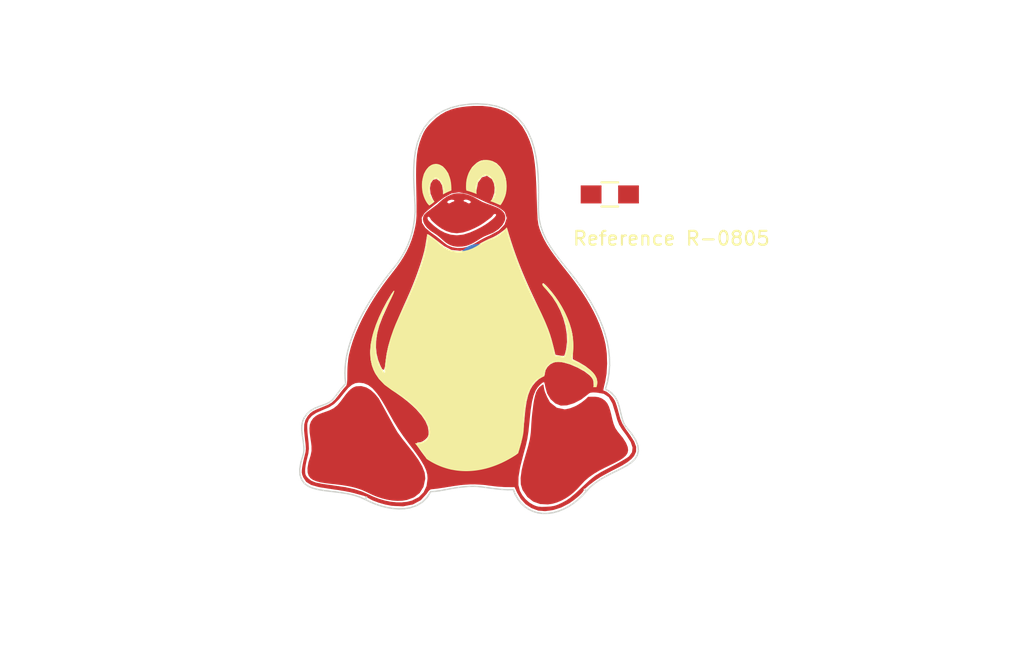
<source format=kicad_pcb>
(kicad_pcb (version 20171130) (host pcbnew 5.0.2-bee76a0~70~ubuntu16.04.1)

  (general
    (thickness 1.6)
    (drawings 17)
    (tracks 0)
    (zones 0)
    (modules 3)
    (nets 1)
  )

  (page USLetter)
  (title_block
    (title "Project Title")
  )

  (layers
    (0 F.Cu signal)
    (31 B.Cu signal)
    (34 B.Paste user)
    (35 F.Paste user)
    (36 B.SilkS user)
    (37 F.SilkS user)
    (38 B.Mask user)
    (39 F.Mask user)
    (44 Edge.Cuts user)
    (46 B.CrtYd user)
    (47 F.CrtYd user)
    (48 B.Fab user)
    (49 F.Fab user)
  )

  (setup
    (last_trace_width 0.254)
    (user_trace_width 0.1524)
    (user_trace_width 0.254)
    (user_trace_width 0.3302)
    (user_trace_width 0.508)
    (user_trace_width 0.762)
    (user_trace_width 1.27)
    (trace_clearance 0.254)
    (zone_clearance 0.508)
    (zone_45_only no)
    (trace_min 0.1524)
    (segment_width 0.1524)
    (edge_width 0.1524)
    (via_size 0.6858)
    (via_drill 0.3302)
    (via_min_size 0.6858)
    (via_min_drill 0.3302)
    (user_via 0.6858 0.3302)
    (user_via 0.762 0.4064)
    (user_via 0.8636 0.508)
    (uvia_size 0.6858)
    (uvia_drill 0.3302)
    (uvias_allowed no)
    (uvia_min_size 0)
    (uvia_min_drill 0)
    (pcb_text_width 0.1524)
    (pcb_text_size 1.016 1.016)
    (mod_edge_width 0.1524)
    (mod_text_size 1.016 1.016)
    (mod_text_width 0.1524)
    (pad_size 1.524 1.524)
    (pad_drill 0.762)
    (pad_to_mask_clearance 0.0762)
    (solder_mask_min_width 0.1016)
    (pad_to_paste_clearance -0.0762)
    (aux_axis_origin 0 0)
    (visible_elements FFFEDF7D)
    (pcbplotparams
      (layerselection 0x310fc_80000001)
      (usegerberextensions true)
      (usegerberattributes false)
      (usegerberadvancedattributes false)
      (creategerberjobfile false)
      (excludeedgelayer true)
      (linewidth 0.100000)
      (plotframeref false)
      (viasonmask false)
      (mode 1)
      (useauxorigin false)
      (hpglpennumber 1)
      (hpglpenspeed 20)
      (hpglpendiameter 15.000000)
      (psnegative false)
      (psa4output false)
      (plotreference true)
      (plotvalue true)
      (plotinvisibletext false)
      (padsonsilk false)
      (subtractmaskfromsilk false)
      (outputformat 1)
      (mirror false)
      (drillshape 0)
      (scaleselection 1)
      (outputdirectory "gerbers"))
  )

  (net 0 "")

  (net_class Default "This is the default net class."
    (clearance 0.254)
    (trace_width 0.254)
    (via_dia 0.6858)
    (via_drill 0.3302)
    (uvia_dia 0.6858)
    (uvia_drill 0.3302)
  )

  (module Tux:Pad_Pin (layer F.Cu) (tedit 5BE9DBB0) (tstamp 5C2197E4)
    (at 139.065 93.98)
    (fp_text reference REF9** (at -5.97408 5.86232) (layer F.SilkS) hide
      (effects (font (size 1 1) (thickness 0.15)))
    )
    (fp_text value Pad_Pin (at 0 -3.302) (layer F.Fab)
      (effects (font (size 1 1) (thickness 0.15)))
    )
    (pad 1 smd circle (at 0 0) (size 3 3) (layers B.Cu B.Mask))
  )

  (module Tux:Tux.All.01 (layer F.Cu) (tedit 5C214FDA) (tstamp 5C219B0F)
    (at 138.43 97.155)
    (descr "Imported from Base.svg")
    (tags svg2mod)
    (attr smd)
    (fp_text reference svg2mod (at 0 -17.847) (layer F.SilkS) hide
      (effects (font (size 1.524 1.524) (thickness 0.3048)))
    )
    (fp_text value G*** (at 0 17.847) (layer F.SilkS) hide
      (effects (font (size 1.524 1.524) (thickness 0.3048)))
    )
    (fp_poly (pts (xy 4.985855 14.558115) (xy 4.319271 14.007187) (xy 4.616024 14.187473) (xy 4.820865 14.274533)
      (xy 5.012651 14.322197) (xy 5.244377 14.338482) (xy 5.569037 14.331341) (xy 5.900406 14.309272)
      (xy 6.15895 14.264757) (xy 6.408439 14.181764) (xy 6.712639 14.044287) (xy 6.712637 14.044304)
      (xy 7.022021 13.877186) (xy 7.327617 13.664306) (xy 7.688474 13.359825) (xy 8.163643 12.917905)
      (xy 8.699297 12.417485) (xy 9.102944 12.091121) (xy 9.549544 11.8148) (xy 10.214058 11.464503)
      (xy 10.674248 11.22055) (xy 11.082088 10.991828) (xy 11.393297 10.803993) (xy 11.563591 10.682699)
      (xy 11.783952 10.378475) (xy 11.826873 10.029657) (xy 11.690099 9.617968) (xy 11.371375 9.125132)
      (xy 11.052718 8.692843) (xy 10.855583 8.368333) (xy 10.723847 8.04023) (xy 10.601385 7.597161)
      (xy 10.368307 6.839058) (xy 10.099391 6.37053) (xy 9.735301 6.12461) (xy 9.216702 6.034327)
      (xy 8.95084 6.024675) (xy 8.780633 6.039718) (xy 8.660496 6.089615) (xy 8.544845 6.184563)
      (xy 8.082002 6.538952) (xy 7.564232 6.806211) (xy 7.055323 6.960168) (xy 6.619062 6.974646)
      (xy 6.237597 6.821592) (xy 5.90697 6.52175) (xy 5.65827 6.113143) (xy 5.522585 5.633792)
      (xy 5.501254 5.507009) (xy 5.475567 5.398102) (xy 5.448753 5.318671) (xy 5.424047 5.280314)
      (xy 5.306174 5.311059) (xy 5.126451 5.456305) (xy 4.936601 5.666332) (xy 4.788347 5.891415)
      (xy 4.637512 6.257762) (xy 4.518933 6.724372) (xy 4.421847 7.345523) (xy 4.335494 8.175491)
      (xy 4.268771 8.83429) (xy 4.189559 9.362136) (xy 4.075732 9.878741) (xy 3.905164 10.503824)
      (xy 3.665111 11.439168) (xy 3.543819 12.171698) (xy 3.53811 12.733811) (xy 3.644807 13.157895)
      (xy 3.822802 13.480884) (xy 4.051243 13.76782) (xy 4.319271 14.007187) (xy 4.985855 14.558115)
      (xy 4.512283 14.380976) (xy 4.099567 14.10356) (xy 2.46918 11.07573) (xy 3.052583 10.787051)
      (xy 3.432201 10.556444) (xy 3.613783 10.259448) (xy 3.78267 9.701743) (xy 3.92281 8.951277)
      (xy 4.018151 8.076007) (xy 4.088214 7.319336) (xy 4.177719 6.721445) (xy 4.293585 6.246186)
      (xy 4.442728 5.857402) (xy 4.607497 5.579444) (xy 4.823268 5.317438) (xy 5.061157 5.101794)
      (xy 5.292277 4.962924) (xy 5.390609 4.91268) (xy 5.454146 4.854449) (xy 5.4883 4.780933)
      (xy 5.498483 4.684837) (xy 5.547615 4.453713) (xy 5.679695 4.22968) (xy 5.871745 4.041923)
      (xy 6.100784 3.919633) (xy 6.256749 3.877746) (xy 6.409745 3.86197) (xy 6.584005 3.871847)
      (xy 6.80376 3.906964) (xy 7.290494 4.048945) (xy 7.827958 4.280725) (xy 8.321731 4.555884)
      (xy 8.677391 4.828002) (xy 8.818447 4.980176) (xy 8.903276 5.107052) (xy 8.944742 5.234538)
      (xy 8.955706 5.388535) (xy 8.961277 5.529576) (xy 8.981687 5.61582) (xy 9.022472 5.658974)
      (xy 9.08917 5.670743) (xy 9.200472 5.62123) (xy 9.265695 5.486077) (xy 9.280077 5.285369)
      (xy 9.238857 5.039198) (xy 9.086744 4.751424) (xy 8.7971 4.434328) (xy 8.409106 4.12418)
      (xy 7.961943 3.857242) (xy 7.849618 3.800742) (xy 7.737294 3.744241) (xy 7.62497 3.68774)
      (xy 7.512645 3.631242) (xy 7.517615 3.431976) (xy 7.522585 3.232713) (xy 7.527555 3.03345)
      (xy 7.532525 2.834187) (xy 7.535542 2.419343) (xy 7.518279 2.084808) (xy 7.476454 1.784588)
      (xy 7.405784 1.472688) (xy 7.28562 1.075762) (xy 7.130173 0.669842) (xy 6.942716 0.260749)
      (xy 6.726524 -0.145696) (xy 6.496566 -0.525522) (xy 6.246287 -0.892588) (xy 5.978529 -1.241847)
      (xy 5.69613 -1.568243) (xy 5.580158 -1.688785) (xy 5.475937 -1.787504) (xy 5.394878 -1.854204)
      (xy 5.348391 -1.878701) (xy 5.283127 -1.832513) (xy 5.314973 -1.704378) (xy 5.436492 -1.509938)
      (xy 5.640248 -1.264837) (xy 5.994441 -0.829134) (xy 6.303698 -0.351261) (xy 6.564339 0.157292)
      (xy 6.772683 0.685022) (xy 6.935555 1.267078) (xy 7.027543 1.843446) (xy 7.043917 2.399353)
      (xy 6.979951 2.920033) (xy 6.941427 3.087659) (xy 6.903444 3.228779) (xy 6.870377 3.328556)
      (xy 6.846603 3.372153) (xy 6.808521 3.378531) (xy 6.7365 3.376838) (xy 6.640865 3.36792)
      (xy 6.53194 3.352369) (xy 6.463983 3.341052) (xy 6.396026 3.329707) (xy 6.32807 3.318362)
      (xy 6.260113 3.307045) (xy 6.218042 3.139475) (xy 6.175971 2.971906) (xy 6.1339 2.804336)
      (xy 6.091829 2.636767) (xy 5.981759 2.217783) (xy 5.868766 1.842969) (xy 5.735455 1.468485)
      (xy 5.564427 1.050483) (xy 5.431011 0.748446) (xy 5.271955 0.401824) (xy 5.083045 -0.000007)
      (xy 4.860063 -0.467677) (xy 4.641651 -0.928521) (xy 4.436858 -1.370774) (xy 4.24468 -1.797017)
      (xy 4.064112 -2.209824) (xy 3.87141 -2.666677) (xy 3.690967 -3.113262) (xy 3.521302 -3.553385)
      (xy 3.360933 -3.990844) (xy 3.206473 -4.435067) (xy 3.058487 -4.88441) (xy 2.915436 -5.342821)
      (xy 2.775779 -5.81425) (xy 2.739205 -5.831861) (xy 2.656622 -5.799549) (xy 2.531338 -5.719136)
      (xy 2.366649 -5.592415) (xy 2.187363 -5.459836) (xy 1.982386 -5.329505) (xy 1.77699 -5.216416)
      (xy 1.596447 -5.135557) (xy 1.409954 -5.057172) (xy 1.188353 -4.950825) (xy 0.959394 -4.830474)
      (xy 0.750822 -4.710081) (xy 0.021536 -4.352833) (xy -0.650624 -4.205491) (xy -1.256588 -4.268658)
      (xy -1.787281 -4.54293) (xy -2.312843 -4.947523) (xy -2.669569 -5.214432) (xy -2.881979 -5.361498)
      (xy -2.974596 -5.406558) (xy -3.018392 -5.38302) (xy -3.057668 -5.27323) (xy -3.106648 -5.01844)
      (xy -3.179548 -4.5599) (xy -3.255181 -4.187857) (xy -3.377851 -3.73048) (xy -3.540911 -3.206957)
      (xy -3.737714 -2.636476) (xy -3.909055 -2.174679) (xy -4.093554 -1.705143) (xy -4.288124 -1.236775)
      (xy -4.489679 -0.778486) (xy -4.78066 -0.129821) (xy -5.033846 0.449584) (xy -5.251917 0.967524)
      (xy -5.437551 1.431797) (xy -5.684086 2.113372) (xy -5.859145 2.702217) (xy -5.975485 3.235453)
      (xy -6.04586 3.750198) (xy -6.099441 4.19211) (xy -6.158696 4.385664) (xy -6.242889 4.352384)
      (xy -6.371284 4.113794) (xy -6.536955 3.69223) (xy -6.6432 3.258133) (xy -6.690566 2.808361)
      (xy -6.679602 2.339765) (xy -6.604521 1.793594) (xy -6.457468 1.238313) (xy -6.213997 0.599159)
      (xy -5.849661 -0.198641) (xy -5.549713 -0.861078) (xy -5.401697 -1.266366) (xy -5.418837 -1.36373)
      (xy -5.614347 -1.102404) (xy -5.958968 -0.526414) (xy -6.26366 0.045806) (xy -6.526858 0.609378)
      (xy -6.747004 1.159435) (xy -6.968577 1.85489) (xy -7.109234 2.507345) (xy -7.165411 3.105679)
      (xy -7.133545 3.638769) (xy -7.048124 4.054169) (xy -6.92227 4.423843) (xy -6.745411 4.761863)
      (xy -6.506978 5.082293) (xy -6.276259 5.324468) (xy -5.998521 5.57089) (xy -5.669022 5.82787)
      (xy -5.283019 6.101722) (xy -4.858249 6.404425) (xy -4.473683 6.703753) (xy -4.130164 6.998695)
      (xy -3.828532 7.288246) (xy -3.446505 7.723077) (xy -3.169776 8.138889) (xy -3.001458 8.531968)
      (xy -2.944661 8.898589) (xy -2.952995 9.071394) (xy -2.985596 9.198399) (xy -3.053865 9.306141)
      (xy -3.169201 9.42114) (xy -3.268823 9.499124) (xy -3.374087 9.563152) (xy -3.472451 9.6066)
      (xy -3.551377 9.622856) (xy -3.758145 9.648764) (xy -3.81857 9.747801) (xy -3.729086 9.958096)
      (xy -3.486124 10.317571) (xy -3.242517 10.64347) (xy -3.041638 10.853551) (xy -2.801224 11.017547)
      (xy -2.439013 11.205194) (xy -2.153484 11.335663) (xy -1.845464 11.458847) (xy -1.551998 11.560879)
      (xy -1.310124 11.627887) (xy -0.714764 11.702639) (xy -0.004349 11.708283) (xy 0.714637 11.648847)
      (xy 1.335709 11.528322) (xy 1.335709 11.528316) (xy 1.335709 11.52831) (xy 1.335709 11.528305)
      (xy 1.335709 11.528299) (xy 1.335705 11.528418) (xy 1.843164 11.347759) (xy 2.46918 11.07573)
      (xy 4.099567 14.10356) (xy 3.755072 13.732172) (xy 3.48616 13.273121) (xy 3.439848 13.171696)
      (xy 3.393536 13.070274) (xy 3.347224 12.968849) (xy 3.300912 12.867426) (xy -2.968874 12.259531)
      (xy -2.992976 11.969141) (xy -3.073907 11.666639) (xy -3.223207 11.330368) (xy -3.452417 10.938675)
      (xy -3.615791 10.693136) (xy -3.808429 10.420978) (xy -4.032222 10.118658) (xy -4.28906 9.782628)
      (xy -4.717335 9.210501) (xy -5.085292 8.672718) (xy -5.430469 8.111423) (xy -5.790406 7.468761)
      (xy -6.021731 7.051016) (xy -6.236034 6.686822) (xy -6.436338 6.373158) (xy -6.625668 6.107002)
      (xy -6.94925 5.737249) (xy -7.264713 5.494625) (xy -7.589823 5.361385) (xy -7.942351 5.319786)
      (xy -8.216065 5.357434) (xy -8.473586 5.481409) (xy -8.733893 5.704446) (xy -9.015967 6.039283)
      (xy -9.40988 6.528716) (xy -9.749433 6.8609) (xy -10.107377 7.094882) (xy -10.556461 7.289716)
      (xy -11.026728 7.497776) (xy -11.364271 7.722733) (xy -11.581401 7.975178) (xy -11.690426 8.265706)
      (xy -11.703136 8.420536) (xy -11.701123 8.648021) (xy -11.685476 8.917554) (xy -11.657282 9.198524)
      (xy -11.596825 9.749018) (xy -11.58392 10.131313) (xy -11.622645 10.457187) (xy -11.717073 10.838418)
      (xy -11.771863 11.06325) (xy -11.816732 11.298988) (xy -11.847049 11.517648) (xy -11.858184 11.691248)
      (xy -11.849876 11.877645) (xy -11.816565 12.015251) (xy -11.745673 12.135147) (xy -11.624617 12.268427)
      (xy -11.399451 12.447683) (xy -11.081111 12.575041) (xy -10.558962 12.681239) (xy -9.722373 12.79702)
      (xy -8.937615 12.914171) (xy -8.29529 13.052163) (xy -7.752202 13.222216) (xy -7.265153 13.43556)
      (xy -6.878869 13.613224) (xy -6.489231 13.75937) (xy -6.100498 13.873405) (xy -5.716928 13.954736)
      (xy -5.274254 14.008002) (xy -4.851973 14.013364) (xy -4.457205 13.969846) (xy -4.097073 13.876453)
      (xy -4.097073 13.876458) (xy -3.611328 13.628089) (xy -3.258213 13.271272) (xy -3.042478 12.812816)
      (xy -2.968874 12.259531) (xy 3.300912 12.867426) (xy 3.165503 12.867144) (xy 3.030095 12.866862)
      (xy 2.894686 12.866298) (xy 2.759278 12.866015) (xy 2.493299 12.857436) (xy 2.169493 12.834999)
      (xy 1.828781 12.802225) (xy 1.512089 12.762437) (xy 1.127343 12.713099) (xy 0.764142 12.680892)
      (xy 0.411842 12.666075) (xy 0.059798 12.668897) (xy -0.269148 12.687016) (xy -0.614698 12.720132)
      (xy -0.98486 12.76844) (xy -1.387646 12.832132) (xy -1.809037 12.900923) (xy -2.18668 12.957834)
      (xy -2.479299 12.996947) (xy -2.645615 13.012356) (xy -2.763585 13.02754) (xy -2.861392 13.078303)
      (xy -2.958412 13.179917) (xy -3.074022 13.347492) (xy -3.497792 13.813043) (xy -4.063107 14.116804)
      (xy -4.754958 14.253521) (xy -5.558337 14.21793) (xy -6.050554 14.121292) (xy -6.540919 13.981507)
      (xy -6.968427 13.81869) (xy -7.272077 13.65295) (xy -7.354484 13.599951) (xy -7.448466 13.550176)
      (xy -7.542448 13.509214) (xy -7.624855 13.482657) (xy -7.732314 13.454971) (xy -7.894509 13.410938)
      (xy -8.089447 13.356628) (xy -8.295132 13.298083) (xy -8.575976 13.231253) (xy -8.975552 13.154382)
      (xy -9.440613 13.076974) (xy -9.91791 13.008526) (xy -10.812831 12.868739) (xy -11.390325 12.708437)
      (xy -11.737558 12.492122) (xy -11.941692 12.184299) (xy -12.019183 11.990489) (xy -12.053533 11.82855)
      (xy -12.049389 11.645396) (xy -12.0114 11.38793) (xy -11.97253 11.179368) (xy -11.9249 10.952137)
      (xy -11.874542 10.73368) (xy -11.827493 10.551449) (xy -11.775087 10.327009) (xy -11.757588 10.104513)
      (xy -11.774979 9.811544) (xy -11.827244 9.37568) (xy -11.885423 8.788723) (xy -11.874593 8.361935)
      (xy -11.786961 8.035712) (xy -11.614731 7.750436) (xy -11.45799 7.573212) (xy -11.26564 7.430503)
      (xy -10.985899 7.291401) (xy -10.566984 7.124992) (xy -10.171598 6.962152) (xy -9.892383 6.796962)
      (xy -9.657315 6.575234) (xy -9.394372 6.242782) (xy -9.247468 6.049553) (xy -9.106012 5.872171)
      (xy -8.986098 5.730295) (xy -8.903826 5.643591) (xy -8.828937 5.550262) (xy -3.419811 -6.209584)
      (xy -3.179399 -5.826662) (xy -2.72481 -5.447339) (xy -2.547202 -5.324341) (xy -2.353542 -5.181886)
      (xy -2.167231 -5.037634) (xy -2.011667 -4.909237) (xy -1.875144 -4.79501) (xy -1.740674 -4.689335)
      (xy -1.62374 -4.60398) (xy -1.539823 -4.550702) (xy -1.21771 -4.421628) (xy -0.867224 -4.360749)
      (xy -0.498995 -4.368849) (xy -0.12365 -4.446678) (xy -0.123649 -4.446666) (xy 0.039597 -4.507799)
      (xy 0.242381 -4.601493) (xy 0.458883 -4.715003) (xy 0.663279 -4.83556) (xy 0.871986 -4.959622)
      (xy 1.100221 -5.082665) (xy 1.320372 -5.190474) (xy 1.504825 -5.268828) (xy 2.154682 -5.619489)
      (xy 2.582283 -6.067745) (xy 2.744637 -6.546064) (xy 2.598748 -6.98692) (xy 2.431695 -7.140669)
      (xy 2.181394 -7.304575) (xy 1.894565 -7.451593) (xy 1.617931 -7.554678) (xy 1.488202 -7.604016)
      (xy 1.265373 -7.701637) (xy 0.980698 -7.833409) (xy 0.665431 -7.985208) (xy -0.107163 -8.308406)
      (xy -0.732884 -8.428703) (xy -1.274051 -8.34823) (xy -1.792982 -8.069113) (xy -2.185518 -7.777919)
      (xy -2.597462 -7.455121) (xy -2.967097 -7.150282) (xy -3.232709 -6.912958) (xy -3.439696 -6.577788)
      (xy -3.419811 -6.209584) (xy -8.828937 5.550262) (xy -8.786361 5.400642) (xy -8.767232 5.135066)
      (xy -8.76268 4.693865) (xy -8.754304 4.324907) (xy -8.731226 3.957011) (xy -8.696102 3.622182)
      (xy -8.651581 3.352432) (xy -8.525556 2.843243) (xy -8.361908 2.318827) (xy -8.1616 1.781018)
      (xy -7.925601 1.23165) (xy -7.693084 0.747873) (xy -7.435141 0.257992) (xy -7.152401 -0.236803)
      (xy -6.845489 -0.73532) (xy -6.546328 -1.19031) (xy -6.228218 -1.646497) (xy -5.891629 -2.102986)
      (xy -5.537032 -2.558885) (xy -5.222441 -2.967136) (xy -4.945843 -3.357486) (xy -4.704381 -3.73561)
      (xy -4.4952 -4.107184) (xy -4.293635 -4.52734) (xy -4.125675 -4.954621) (xy -3.08053 -7.6829)
      (xy -2.969552 -7.531654) (xy -2.874834 -7.469357) (xy -2.770866 -7.490749) (xy -2.63213 -7.590588)
      (xy -2.632129 -7.590588) (xy -2.632126 -7.590594) (xy -2.592209 -7.62389) (xy -2.552292 -7.657184)
      (xy -2.512376 -7.690478) (xy -2.472459 -7.723771) (xy -2.506672 -7.782493) (xy -2.540886 -7.841215)
      (xy -2.575099 -7.899937) (xy -2.609313 -7.958659) (xy -2.756511 -8.32646) (xy -2.799387 -8.707426)
      (xy -2.739256 -9.046697) (xy -2.577433 -9.289402) (xy -2.35506 -9.344167) (xy -2.138696 -9.196269)
      (xy -1.974804 -8.89998) (xy -1.909848 -8.50958) (xy -1.909848 -8.439851) (xy -1.909848 -8.370122)
      (xy -1.909848 -8.300394) (xy -1.909848 -8.230665) (xy -1.828729 -8.270077) (xy -1.74761 -8.309487)
      (xy -1.666491 -8.348899) (xy -1.585372 -8.388309) (xy -1.504253 -8.427721) (xy -1.423134 -8.467131)
      (xy -1.342015 -8.506543) (xy -1.260896 -8.545952) (xy -1.267449 -8.661898) (xy -1.273999 -8.77784)
      (xy -1.280552 -8.893783) (xy -1.287106 -9.009725) (xy -1.475595 -9.784081) (xy -1.876744 -10.302724)
      (xy -2.392766 -10.490348) (xy -2.925873 -10.271654) (xy -3.274006 -9.758941) (xy -3.420344 -9.080961)
      (xy -3.358111 -8.35114) (xy -3.08053 -7.6829) (xy -4.125675 -4.954621) (xy -3.987169 -5.397278)
      (xy -3.873965 -5.863557) (xy -3.802612 -6.265323) (xy -3.767963 -6.725896) (xy -0.199479 -9.267942)
      (xy -0.225994 -8.680956) (xy -0.206249 -8.607559) (xy -0.153645 -8.547028) (xy -0.062454 -8.494876)
      (xy 0.073049 -8.446619) (xy 0.193252 -8.409952) (xy 0.306486 -8.374246) (xy 0.400015 -8.343588)
      (xy 0.461104 -8.322083) (xy 0.507113 -8.317257) (xy 0.537567 -8.347313) (xy 0.55441 -8.416288)
      (xy 0.559594 -8.528263) (xy 0.670517 -9.098021) (xy 0.944357 -9.469079) (xy 1.292717 -9.57384)
      (xy 1.627202 -9.344703) (xy 1.761477 -9.059405) (xy 1.818579 -8.717922) (xy 1.79617 -8.366866)
      (xy 1.691919 -8.052845) (xy 1.639143 -7.941839) (xy 1.60405 -7.847932) (xy 1.589688 -7.781026)
      (xy 1.599103 -7.751026) (xy 1.642379 -7.732738) (xy 1.720215 -7.697714) (xy 1.821575 -7.650992)
      (xy 1.935427 -7.597598) (xy 2.048774 -7.545336) (xy 2.148766 -7.501679) (xy 2.224576 -7.471194)
      (xy 2.265376 -7.458437) (xy 2.299627 -7.488189) (xy 2.357604 -7.573581) (xy 2.431202 -7.701349)
      (xy 2.512321 -7.858422) (xy 2.512321 -7.858411) (xy 2.615649 -8.090087) (xy 2.676108 -8.298613)
      (xy 2.704477 -8.538392) (xy 2.711538 -8.863828) (xy 2.704567 -9.193249) (xy 2.675311 -9.432836)
      (xy 2.611252 -9.642916) (xy 2.499871 -9.883818) (xy 2.266388 -10.266856) (xy 2.00404 -10.529966)
      (xy 1.6935 -10.687339) (xy 1.315441 -10.753159) (xy 1.072222 -10.760412) (xy 0.895519 -10.73981)
      (xy 0.737292 -10.679739) (xy 0.549494 -10.568633) (xy 0.202377 -10.246132) (xy -0.051985 -9.801116)
      (xy -0.199479 -9.267942) (xy -3.767963 -6.725896) (xy -3.764006 -7.425959) (xy -3.784735 -8.546195)
      (xy -3.795959 -9.147331) (xy -3.800241 -9.671404) (xy -3.796594 -10.127912) (xy -3.784032 -10.526354)
      (xy -3.738798 -11.102516) (xy -3.659343 -11.583575) (xy -3.540656 -12.017622) (xy -3.377727 -12.452746)
      (xy -3.245747 -12.74197) (xy -3.100879 -12.983171) (xy -2.913995 -13.218161) (xy -2.655969 -13.488744)
      (xy -2.338376 -13.778623) (xy -2.01305 -14.018343) (xy -1.668997 -14.212105) (xy -1.295224 -14.364113)
      (xy -0.951988 -14.462191) (xy -0.573878 -14.536477) (xy -0.154473 -14.589434) (xy 0.312648 -14.623515)
      (xy 0.951452 -14.625208) (xy 1.540732 -14.561587) (xy 2.080443 -14.432761) (xy 2.57056 -14.238806)
      (xy 3.054548 -13.948558) (xy 3.477826 -13.578717) (xy 3.840336 -13.129312) (xy 4.142029 -12.600374)
      (xy 4.356082 -12.10791) (xy 4.521011 -11.609805) (xy 4.644461 -11.058196) (xy 4.734078 -10.405224)
      (xy 4.77498 -9.942315) (xy 4.808034 -9.414624) (xy 4.834916 -8.811648) (xy 4.857304 -8.122887)
      (xy 4.890732 -7.091898) (xy 4.928029 -6.456272) (xy 4.982788 -6.06431) (xy 5.068598 -5.764317)
      (xy 5.216114 -5.378942) (xy 5.391375 -5.004315) (xy 5.608836 -4.617606) (xy 5.882952 -4.19598)
      (xy 6.096801 -3.894516) (xy 6.344181 -3.562831) (xy 6.628982 -3.194788) (xy 6.955095 -2.784236)
      (xy 7.291579 -2.356596) (xy 7.605971 -1.939861) (xy 7.898714 -1.533216) (xy 8.17025 -1.135833)
      (xy 8.464619 -0.676686) (xy 8.73067 -0.227981) (xy 8.969136 0.211643) (xy 9.180744 0.643547)
      (xy 9.39301 1.135387) (xy 9.571435 1.620826) (xy 9.717153 2.101976) (xy 9.831292 2.580943)
      (xy 9.919632 3.235357) (xy 9.943599 3.965339) (xy 9.904182 4.678554) (xy 9.802369 5.282668)
      (xy 9.706822 5.665612) (xy 9.670928 5.865107) (xy 9.691321 5.940951) (xy 9.764636 5.952946)
      (xy 9.926442 6.022132) (xy 10.139148 6.195682) (xy 10.34893 6.42258) (xy 10.501969 6.651818)
      (xy 10.563733 6.801619) (xy 10.638133 7.021998) (xy 10.715803 7.283296) (xy 10.787381 7.555849)
      (xy 10.90165 7.968664) (xy 11.044931 8.308745) (xy 11.272317 8.68213) (xy 11.638902 9.194863)
      (xy 11.904792 9.613831) (xy 12.039202 9.983674) (xy 12.036205 10.317862) (xy 11.889874 10.629864)
      (xy 11.692221 10.848522) (xy 11.41483 11.067693) (xy 11.055485 11.292415) (xy 10.611966 11.527726)
      (xy 10.29361 11.689572) (xy 9.973455 11.857909) (xy 9.688751 12.012829) (xy 9.476747 12.134422)
      (xy 9.07229 12.402567) (xy 8.674472 12.703958) (xy 8.371206 12.96772) (xy 8.25041 13.122987)
      (xy 8.154305 13.273087) (xy 7.908819 13.513083) (xy 7.577429 13.786489) (xy 7.223615 14.036825)
      (xy 6.659183 14.330387) (xy 6.063289 14.523219) (xy 5.488118 14.603166) (xy 4.985857 14.558076)
      (xy 4.985857 14.558084) (xy 4.985857 14.558096) (xy 4.985857 14.558107) (xy 4.985857 14.558118)
      (xy 4.985855 14.558115)) (layer F.Cu) (width 0.046875))
    (fp_poly (pts (xy -0.723689 -8.341751) (xy -1.244371 -7.88052) (xy -1.091899 -7.851313) (xy -1.063745 -7.824756)
      (xy -1.055775 -7.790223) (xy -1.138652 -7.731253) (xy -1.252873 -7.699376) (xy -1.333093 -7.642)
      (xy -1.418095 -7.604812) (xy -1.519566 -7.622366) (xy -1.580662 -7.686117) (xy -1.522755 -7.784398)
      (xy -1.401095 -7.844963) (xy -1.244373 -7.88056) (xy -1.244371 -7.88052) (xy -0.723689 -8.341751)
      (xy -1.990268 -5.792166) (xy -1.664604 -5.618445) (xy -1.295377 -5.496254) (xy -0.882586 -5.450565)
      (xy -0.435794 -5.506879) (xy 0.013122 -5.649255) (xy 0.430694 -5.834666) (xy 0.783983 -6.021142)
      (xy 0.968862 -6.136424) (xy 1.167023 -6.275613) (xy 1.366778 -6.423306) (xy 1.55697 -6.565153)
      (xy 1.665879 -6.669279) (xy 1.735474 -6.764374) (xy 1.798694 -6.83025) (xy 1.889009 -6.847804)
      (xy 1.889011 -6.847782) (xy 1.956482 -6.809005) (xy 1.939478 -6.726658) (xy 1.853944 -6.612965)
      (xy 1.714223 -6.478556) (xy 1.534124 -6.329272) (xy 1.324807 -6.173079) (xy 1.131428 -6.045046)
      (xy 0.891297 -5.901073) (xy 0.485944 -5.692816) (xy 0.051903 -5.499443) (xy -0.405513 -5.356528)
      (xy -0.882587 -5.30128) (xy -1.341597 -5.352278) (xy -1.749075 -5.486692) (xy -2.103959 -5.675823)
      (xy -2.406247 -5.890447) (xy -2.537469 -5.998826) (xy -2.655409 -6.103486) (xy -2.760067 -6.200172)
      (xy -2.850913 -6.285705) (xy -2.958759 -6.40843) (xy -3.000197 -6.527431) (xy -2.989572 -6.616687)
      (xy -2.94282 -6.649092) (xy -2.860475 -6.610306) (xy -2.804161 -6.535932) (xy -2.75741 -6.449868)
      (xy -2.703222 -6.376555) (xy -2.612375 -6.290489) (xy -2.509842 -6.196455) (xy -2.396683 -6.096046)
      (xy -2.272368 -5.992984) (xy -1.990268 -5.792166) (xy -0.723689 -8.341751) (xy -0.874568 -8.334808)
      (xy -0.129743 -7.868817) (xy -0.053773 -7.844941) (xy 0.007323 -7.818892) (xy 0.067887 -7.784359)
      (xy 0.113045 -7.740264) (xy 0.126323 -7.686078) (xy 0.064697 -7.622327) (xy -0.036243 -7.604772)
      (xy -0.121776 -7.641964) (xy -0.201466 -7.699339) (xy -0.316218 -7.731214) (xy -0.398563 -7.790181)
      (xy -0.399128 -7.807735) (xy -0.391161 -7.824725) (xy -0.377879 -7.840163) (xy -0.362476 -7.85131)
      (xy -0.290224 -7.876823) (xy -0.210535 -7.881085) (xy -0.210494 -7.881037) (xy -0.129743 -7.868817)
      (xy -0.874568 -8.334808) (xy -1.017477 -8.315673) (xy -1.152418 -8.285921) (xy -1.279921 -8.247141)
      (xy -1.610897 -8.094665) (xy -1.885029 -7.906606) (xy -2.106565 -7.713753) (xy -2.279225 -7.547998)
      (xy -2.279762 -7.547433) (xy -2.279762 -7.546869) (xy -2.280326 -7.546869) (xy -2.312734 -7.518731)
      (xy -2.355234 -7.486324) (xy -2.413141 -7.443821) (xy -2.4923 -7.385918) (xy -2.596427 -7.309413)
      (xy -2.726055 -7.214315) (xy -2.881715 -7.0985) (xy -3.066594 -6.960905) (xy -3.213754 -6.817996)
      (xy -3.301412 -6.656495) (xy -3.329569 -6.477456) (xy -3.297693 -6.28248) (xy -3.202597 -6.073167)
      (xy -3.036844 -5.855881) (xy -2.796713 -5.639126) (xy -2.479018 -5.430341) (xy -2.478454 -5.430341)
      (xy -2.478454 -5.429776) (xy -2.477889 -5.429776) (xy -2.477325 -5.429776) (xy -2.270664 -5.28952)
      (xy -2.08791 -5.137047) (xy -1.917374 -4.981923) (xy -1.74684 -4.834761) (xy -1.65865 -4.766763)
      (xy -1.56621 -4.703545) (xy -1.467927 -4.646161) (xy -1.361675 -4.595694) (xy -1.246922 -4.552663)
      (xy -1.120481 -4.5176) (xy -0.981822 -4.492623) (xy -0.828287 -4.47775) (xy -0.473935 -4.487289)
      (xy -0.161022 -4.551043) (xy 0.118953 -4.6557) (xy 0.373959 -4.786925) (xy 0.612496 -4.933023)
      (xy 0.840407 -5.078587) (xy 1.066194 -5.208212) (xy 1.299418 -5.307026) (xy 1.299982 -5.307026)
      (xy 1.300546 -5.307026) (xy 1.300546 -5.307591) (xy 1.753713 -5.495655) (xy 2.124003 -5.740571)
      (xy 2.399196 -6.020541) (xy 2.566544 -6.313795) (xy 2.607451 -6.458307) (xy 2.61861 -6.599088)
      (xy 2.600015 -6.735088) (xy 2.550608 -6.865782) (xy 2.550043 -6.865782) (xy 2.467166 -6.992223)
      (xy 2.34657 -7.112817) (xy 2.185066 -7.224382) (xy 1.98053 -7.324791) (xy 1.979966 -7.324791)
      (xy 1.979401 -7.324791) (xy 1.979401 -7.325355) (xy 1.978837 -7.325355) (xy 1.564984 -7.488452)
      (xy 1.244101 -7.60055) (xy 0.975814 -7.704679) (xy 0.719214 -7.844932) (xy 0.306955 -8.078155)
      (xy -0.06971 -8.23222) (xy -0.412905 -8.316692) (xy -0.723694 -8.341641) (xy -0.723689 -8.341751)) (layer F.Cu) (width 0))
    (fp_poly (pts (xy -3.159599 12.271125) (xy -3.159681 12.271689) (xy -3.159762 12.272254) (xy -3.159843 12.272818)
      (xy -3.159924 12.273383) (xy -3.159924 12.273947) (xy -3.159924 12.274511) (xy -3.159924 12.275076)
      (xy -3.159924 12.27564) (xy -3.288913 12.86529) (xy -3.564349 13.312807) (xy -3.970843 13.627219)
      (xy -4.493004 13.817553) (xy -4.823098 13.86984) (xy -5.179797 13.882314) (xy -5.558839 13.854713)
      (xy -5.95596 13.786734) (xy -6.292621 13.700515) (xy -6.636238 13.586721) (xy -6.984452 13.445197)
      (xy -7.334901 13.275785) (xy -7.335148 13.275743) (xy -7.335399 13.27565) (xy -7.335643 13.275559)
      (xy -7.335876 13.275514) (xy -7.741215 13.090193) (xy -8.157428 12.949957) (xy -8.577979 12.846367)
      (xy -8.996336 12.770994) (xy -9.471994 12.707576) (xy -9.925506 12.657665) (xy -10.346558 12.607943)
      (xy -10.724838 12.545098) (xy -11.024697 12.466787) (xy -11.267312 12.364396) (xy -11.452402 12.23123)
      (xy -11.57969 12.060581) (xy -11.651569 11.831149) (xy -11.661022 11.518811) (xy -11.593652 11.111906)
      (xy -11.435063 10.598761) (xy -11.434728 10.597914) (xy -11.434395 10.597067) (xy -11.434059 10.596221)
      (xy -11.433723 10.595374) (xy -11.433476 10.594527) (xy -11.433229 10.593681) (xy -11.432982 10.592834)
      (xy -11.432735 10.591987) (xy -11.369973 10.266591) (xy -11.371468 9.932603) (xy -11.411374 9.596443)
      (xy -11.463846 9.264533) (xy -11.505282 8.945754) (xy -11.520066 8.649271) (xy -11.494329 8.382749)
      (xy -11.414202 8.153853) (xy -11.413866 8.153006) (xy -11.413533 8.152442) (xy -11.413198 8.151595)
      (xy -11.412862 8.15103) (xy -11.253285 7.915742) (xy -11.062341 7.747599) (xy -10.842045 7.625123)
      (xy -10.594414 7.526848) (xy -10.32386 7.434316) (xy -10.043377 7.327918) (xy -9.767114 7.183725)
      (xy -9.509218 6.977799) (xy -9.508738 6.977528) (xy -9.508258 6.977257) (xy -9.507779 6.976986)
      (xy -9.507299 6.976422) (xy -9.506904 6.976151) (xy -9.506509 6.97588) (xy -9.506114 6.975315)
      (xy -9.505718 6.975044) (xy -9.292347 6.724936) (xy -9.096412 6.462978) (xy -8.907303 6.207595)
      (xy -8.714409 5.977222) (xy -8.545287 5.814758) (xy -8.36546 5.6895) (xy -8.164349 5.608485)
      (xy -7.781098 5.587657) (xy -7.407111 5.6902) (xy -7.099521 5.873297) (xy -6.805334 6.139176)
      (xy -6.520518 6.483312) (xy -6.249632 6.977009) (xy -5.978747 7.470708) (xy -5.707861 7.964408)
      (xy -5.436976 8.458108) (xy -5.436895 8.458379) (xy -5.436814 8.458647) (xy -5.436733 8.458918)
      (xy -5.436651 8.459189) (xy -5.436482 8.459324) (xy -5.436313 8.45946) (xy -5.436144 8.459595)
      (xy -5.435975 8.459731) (xy -5.166113 8.921793) (xy -4.814775 9.402034) (xy -4.420744 9.896058)
      (xy -4.022804 10.399447) (xy -3.662965 10.903848) (xy -3.378272 11.394156) (xy -3.200064 11.855169)
      (xy -3.159678 12.271684) (xy -3.159688 12.27161) (xy -3.159699 12.271537) (xy -3.15971 12.271463)
      (xy -3.159721 12.27139) (xy -3.159599 12.271125)) (layer F.Cu) (width 0))
    (fp_poly (pts (xy 11.482773 10.233139) (xy 11.437181 10.426216) (xy 11.324611 10.601165) (xy 11.146431 10.766164)
      (xy 10.904008 10.929398) (xy 10.578645 11.107006) (xy 10.206542 11.288376) (xy 9.803108 11.483598)
      (xy 9.383749 11.702732) (xy 9.028349 11.914021) (xy 8.681877 12.155673) (xy 8.353633 12.433767)
      (xy 8.052914 12.754388) (xy 7.802687 13.03039) (xy 7.542596 13.276406) (xy 7.274941 13.492235)
      (xy 7.00202 13.677664) (xy 6.670206 13.86007) (xy 6.338098 13.997913) (xy 6.00969 14.09084)
      (xy 5.688977 14.138504) (xy 5.133405 14.111411) (xy 4.63314 13.933476) (xy 4.203817 13.59659)
      (xy 3.861077 13.092643) (xy 3.860932 13.092374) (xy 3.860786 13.092112) (xy 3.860641 13.091548)
      (xy 3.860495 13.091282) (xy 3.860283 13.090718) (xy 3.860072 13.090153) (xy 3.85986 13.089589)
      (xy 3.859648 13.089025) (xy 3.737935 12.695333) (xy 3.722895 12.222743) (xy 3.791925 11.692504)
      (xy 3.922407 11.125856) (xy 4.087505 10.547004) (xy 4.25391 9.976176) (xy 4.3893 9.429252)
      (xy 4.461358 8.922143) (xy 4.461358 8.921579) (xy 4.461358 8.921014) (xy 4.461358 8.92045)
      (xy 4.461358 8.919886) (xy 4.49469 8.322777) (xy 4.538017 7.770341) (xy 4.565977 7.512644)
      (xy 4.599491 7.26822) (xy 4.624146 7.035575) (xy 4.656395 6.817618) (xy 4.679549 6.670123)
      (xy 4.706041 6.531179) (xy 4.736225 6.399314) (xy 4.769349 6.269743) (xy 4.799134 6.169339)
      (xy 4.821127 6.090698) (xy 4.849447 6.014013) (xy 4.897106 5.916169) (xy 4.934453 5.854744)
      (xy 4.988864 5.775893) (xy 5.046785 5.700489) (xy 5.094662 5.649401) (xy 5.252289 5.528277)
      (xy 5.302558 5.493273) (xy 5.356485 5.472897) (xy 5.38018 5.516828) (xy 5.388221 5.590527)
      (xy 5.420495 5.791605) (xy 5.466621 5.985215) (xy 5.637245 6.386145) (xy 5.843886 6.763208)
      (xy 6.337863 7.154264) (xy 6.914419 7.274468) (xy 7.291361 7.192847) (xy 7.645948 7.053034)
      (xy 7.717421 7.017643) (xy 7.787951 6.980491) (xy 8.111015 6.779462) (xy 8.406356 6.546877)
      (xy 8.500566 6.45634) (xy 8.587174 6.364242) (xy 8.68857 6.359896) (xy 8.785427 6.355775)
      (xy 9.093463 6.356058) (xy 9.341003 6.390573) (xy 9.578771 6.477961) (xy 9.812989 6.639053)
      (xy 9.81322 6.639254) (xy 9.813452 6.639448) (xy 9.813684 6.639651) (xy 9.813916 6.639846)
      (xy 9.814147 6.639979) (xy 9.814378 6.640114) (xy 9.81461 6.640244) (xy 9.814842 6.640377)
      (xy 9.973098 6.824899) (xy 10.094514 7.064619) (xy 10.189468 7.346883) (xy 10.268339 7.659041)
      (xy 10.3426 7.986642) (xy 10.431658 8.312349) (xy 10.55786 8.61996) (xy 10.743552 8.893283)
      (xy 10.743644 8.893351) (xy 10.743737 8.893416) (xy 10.74383 8.893484) (xy 10.743922 8.893551)
      (xy 10.744015 8.893678) (xy 10.744108 8.893814) (xy 10.7442 8.893949) (xy 10.744293 8.894079)
      (xy 11.102848 9.331439) (xy 11.333728 9.696513) (xy 11.454567 9.994102) (xy 11.482998 10.22899)
      (xy 11.482941 10.229185) (xy 11.482884 10.229385) (xy 11.482827 10.229574) (xy 11.482771 10.229769)
      (xy 11.482773 10.233139)) (layer F.Cu) (width 0))
    (fp_line (start 11.336519 8.549184) (end 11.336515 8.549396) (layer Edge.Cuts) (width 0.1))
    (fp_line (start 11.336497 8.549215) (end 11.336519 8.549184) (layer Edge.Cuts) (width 0.1))
    (fp_line (start 11.336474 8.549246) (end 11.336497 8.549215) (layer Edge.Cuts) (width 0.1))
    (fp_line (start 11.336452 8.54928) (end 11.336474 8.549246) (layer Edge.Cuts) (width 0.1))
    (fp_line (start 11.336429 8.549311) (end 11.336452 8.54928) (layer Edge.Cuts) (width 0.1))
    (fp_line (start 11.747503 9.047961) (end 11.336429 8.549311) (layer Edge.Cuts) (width 0.1))
    (fp_line (start 12.028879 9.491109) (end 11.747503 9.047961) (layer Edge.Cuts) (width 0.1))
    (fp_line (start 12.185804 9.89014) (end 12.028879 9.491109) (layer Edge.Cuts) (width 0.1))
    (fp_line (start 12.223527 10.256436) (end 12.185804 9.89014) (layer Edge.Cuts) (width 0.1))
    (fp_line (start 12.146546 10.584147) (end 12.223527 10.256436) (layer Edge.Cuts) (width 0.1))
    (fp_line (start 11.971495 10.864363) (end 12.146546 10.584147) (layer Edge.Cuts) (width 0.1))
    (fp_line (start 11.720885 11.10472) (end 11.971495 10.864363) (layer Edge.Cuts) (width 0.1))
    (fp_line (start 11.417229 11.312867) (end 11.720885 11.10472) (layer Edge.Cuts) (width 0.1))
    (fp_line (start 11.062589 11.509765) (end 11.417229 11.312867) (layer Edge.Cuts) (width 0.1))
    (fp_line (start 10.676368 11.702868) (end 11.062589 11.509765) (layer Edge.Cuts) (width 0.1))
    (fp_line (start 10.271011 11.901069) (end 10.676368 11.702868) (layer Edge.Cuts) (width 0.1))
    (fp_line (start 9.858962 12.113272) (end 10.271011 11.901069) (layer Edge.Cuts) (width 0.1))
    (fp_line (start 9.481101 12.330705) (end 9.858962 12.113272) (layer Edge.Cuts) (width 0.1))
    (fp_line (start 9.118176 12.575022) (end 9.481101 12.330705) (layer Edge.Cuts) (width 0.1))
    (fp_line (start 8.78016 12.853358) (end 9.118176 12.575022) (layer Edge.Cuts) (width 0.1))
    (fp_line (start 8.477027 13.172836) (end 8.78016 12.853358) (layer Edge.Cuts) (width 0.1))
    (fp_line (start 8.439153 13.141611) (end 8.477027 13.172836) (layer Edge.Cuts) (width 0.1))
    (fp_line (start 8.401278 13.110389) (end 8.439153 13.141611) (layer Edge.Cuts) (width 0.1))
    (fp_line (start 8.363404 13.079166) (end 8.401278 13.110389) (layer Edge.Cuts) (width 0.1))
    (fp_line (start 8.32553 13.047941) (end 8.363404 13.079166) (layer Edge.Cuts) (width 0.1))
    (fp_line (start 8.363137 13.079511) (end 8.32553 13.047941) (layer Edge.Cuts) (width 0.1))
    (fp_line (start 8.400744 13.11108) (end 8.363137 13.079511) (layer Edge.Cuts) (width 0.1))
    (fp_line (start 8.43835 13.142647) (end 8.400744 13.11108) (layer Edge.Cuts) (width 0.1))
    (fp_line (start 8.475957 13.174216) (end 8.43835 13.142647) (layer Edge.Cuts) (width 0.1))
    (fp_line (start 8.183549 13.496505) (end 8.475957 13.174216) (layer Edge.Cuts) (width 0.1))
    (fp_line (start 7.87789 13.784857) (end 8.183549 13.496505) (layer Edge.Cuts) (width 0.1))
    (fp_line (start 7.561353 14.038581) (end 7.87789 13.784857) (layer Edge.Cuts) (width 0.1))
    (fp_line (start 7.236308 14.256984) (end 7.561353 14.038581) (layer Edge.Cuts) (width 0.1))
    (fp_line (start 6.851996 14.465053) (end 7.236308 14.256984) (layer Edge.Cuts) (width 0.1))
    (fp_line (start 6.463132 14.623659) (end 6.851996 14.465053) (layer Edge.Cuts) (width 0.1))
    (fp_line (start 6.07341 14.73173) (end 6.463132 14.623659) (layer Edge.Cuts) (width 0.1))
    (fp_line (start 5.686524 14.788191) (end 6.07341 14.73173) (layer Edge.Cuts) (width 0.1))
    (fp_line (start 5.322758 14.791634) (end 5.686524 14.788191) (layer Edge.Cuts) (width 0.1))
    (fp_line (start 4.969343 14.743947) (end 5.322758 14.791634) (layer Edge.Cuts) (width 0.1))
    (fp_line (start 4.630783 14.645031) (end 4.969343 14.743947) (layer Edge.Cuts) (width 0.1))
    (fp_line (start 4.311584 14.494802) (end 4.630783 14.645031) (layer Edge.Cuts) (width 0.1))
    (fp_line (start 4.031556 14.305408) (end 4.311584 14.494802) (layer Edge.Cuts) (width 0.1))
    (fp_line (start 3.776689 14.069953) (end 4.031556 14.305408) (layer Edge.Cuts) (width 0.1))
    (fp_line (start 3.550794 13.788366) (end 3.776689 14.069953) (layer Edge.Cuts) (width 0.1))
    (fp_line (start 3.357682 13.46057) (end 3.550794 13.788366) (layer Edge.Cuts) (width 0.1))
    (fp_line (start 3.357259 13.459723) (end 3.357682 13.46057) (layer Edge.Cuts) (width 0.1))
    (fp_line (start 3.356808 13.458877) (end 3.357259 13.459723) (layer Edge.Cuts) (width 0.1))
    (fp_line (start 3.3563 13.45803) (end 3.356808 13.458877) (layer Edge.Cuts) (width 0.1))
    (fp_line (start 3.355707 13.457183) (end 3.3563 13.45803) (layer Edge.Cuts) (width 0.1))
    (fp_line (start 3.310784 13.363604) (end 3.355707 13.457183) (layer Edge.Cuts) (width 0.1))
    (fp_line (start 3.272054 13.26773) (end 3.310784 13.363604) (layer Edge.Cuts) (width 0.1))
    (fp_line (start 3.239269 13.16972) (end 3.272054 13.26773) (layer Edge.Cuts) (width 0.1))
    (fp_line (start 3.212179 13.069737) (end 3.239269 13.16972) (layer Edge.Cuts) (width 0.1))
    (fp_line (start 2.793317 13.077273) (end 3.212179 13.069737) (layer Edge.Cuts) (width 0.1))
    (fp_line (start 2.387611 13.057912) (end 2.793317 13.077273) (layer Edge.Cuts) (width 0.1))
    (fp_line (start 1.995534 13.019623) (end 2.387611 13.057912) (layer Edge.Cuts) (width 0.1))
    (fp_line (start 1.617562 12.97037) (end 1.995534 13.019623) (layer Edge.Cuts) (width 0.1))
    (fp_line (start 1.186886 12.908526) (end 1.617562 12.97037) (layer Edge.Cuts) (width 0.1))
    (fp_line (start 0.777646 12.855858) (end 1.186886 12.908526) (layer Edge.Cuts) (width 0.1))
    (fp_line (start 0.390641 12.825782) (end 0.777646 12.855858) (layer Edge.Cuts) (width 0.1))
    (fp_line (start 0.026672 12.831708) (end 0.390641 12.825782) (layer Edge.Cuts) (width 0.1))
    (fp_line (start -0.364536 12.861488) (end 0.026672 12.831708) (layer Edge.Cuts) (width 0.1))
    (fp_line (start -0.726131 12.903483) (end -0.364536 12.861488) (layer Edge.Cuts) (width 0.1))
    (fp_line (start -1.061068 12.953772) (end -0.726131 12.903483) (layer Edge.Cuts) (width 0.1))
    (fp_line (start -1.372304 13.008442) (end -1.061068 12.953772) (layer Edge.Cuts) (width 0.1))
    (fp_line (start -1.759363 13.082099) (end -1.372304 13.008442) (layer Edge.Cuts) (width 0.1))
    (fp_line (start -2.115997 13.147001) (end -1.759363 13.082099) (layer Edge.Cuts) (width 0.1))
    (fp_line (start -2.449434 13.193571) (end -2.115997 13.147001) (layer Edge.Cuts) (width 0.1))
    (fp_line (start -2.766903 13.212226) (end -2.449434 13.193571) (layer Edge.Cuts) (width 0.1))
    (fp_line (start -3.024542 13.633013) (end -2.766903 13.212226) (layer Edge.Cuts) (width 0.1))
    (fp_line (start -3.368607 13.970077) (end -3.024542 13.633013) (layer Edge.Cuts) (width 0.1))
    (fp_line (start -3.786159 14.220442) (end -3.368607 13.970077) (layer Edge.Cuts) (width 0.1))
    (fp_line (start -4.264262 14.381134) (end -3.786159 14.220442) (layer Edge.Cuts) (width 0.1))
    (fp_line (start -4.651065 14.443649) (end -4.264262 14.381134) (layer Edge.Cuts) (width 0.1))
    (fp_line (start -5.059796 14.460497) (end -4.651065 14.443649) (layer Edge.Cuts) (width 0.1))
    (fp_line (start -5.48677 14.432205) (end -5.059796 14.460497) (layer Edge.Cuts) (width 0.1))
    (fp_line (start -5.928301 14.359343) (end -5.48677 14.432205) (layer Edge.Cuts) (width 0.1))
    (fp_line (start -6.314414 14.262163) (end -5.928301 14.359343) (layer Edge.Cuts) (width 0.1))
    (fp_line (start -6.706166 14.133176) (end -6.314414 14.262163) (layer Edge.Cuts) (width 0.1))
    (fp_line (start -7.101256 13.97273) (end -6.706166 14.133176) (layer Edge.Cuts) (width 0.1))
    (fp_line (start -7.497383 13.781169) (end -7.101256 13.97273) (layer Edge.Cuts) (width 0.1))
    (fp_line (start -7.474613 13.737698) (end -7.497383 13.781169) (layer Edge.Cuts) (width 0.1))
    (fp_line (start -7.451844 13.694225) (end -7.474613 13.737698) (layer Edge.Cuts) (width 0.1))
    (fp_line (start -7.429074 13.650754) (end -7.451844 13.694225) (layer Edge.Cuts) (width 0.1))
    (fp_line (start -7.406304 13.607283) (end -7.429074 13.650754) (layer Edge.Cuts) (width 0.1))
    (fp_line (start -7.429334 13.650669) (end -7.406304 13.607283) (layer Edge.Cuts) (width 0.1))
    (fp_line (start -7.452363 13.694055) (end -7.429334 13.650669) (layer Edge.Cuts) (width 0.1))
    (fp_line (start -7.475392 13.737441) (end -7.452363 13.694055) (layer Edge.Cuts) (width 0.1))
    (fp_line (start -7.498422 13.780827) (end -7.475392 13.737441) (layer Edge.Cuts) (width 0.1))
    (fp_line (start -7.898608 13.600439) (end -7.498422 13.780827) (layer Edge.Cuts) (width 0.1))
    (fp_line (start -8.317263 13.465134) (end -7.898608 13.600439) (layer Edge.Cuts) (width 0.1))
    (fp_line (start -8.747538 13.36554) (end -8.317263 13.465134) (layer Edge.Cuts) (width 0.1))
    (fp_line (start -9.182584 13.292284) (end -8.747538 13.36554) (layer Edge.Cuts) (width 0.1))
    (fp_line (start -9.643255 13.232721) (end -9.182584 13.292284) (layer Edge.Cuts) (width 0.1))
    (fp_line (start -10.093313 13.181071) (end -9.643255 13.232721) (layer Edge.Cuts) (width 0.1))
    (fp_line (start -10.524497 13.126032) (end -10.093313 13.181071) (layer Edge.Cuts) (width 0.1))
    (fp_line (start -10.928545 13.056295) (end -10.524497 13.126032) (layer Edge.Cuts) (width 0.1))
    (fp_line (start -11.291009 12.960145) (end -10.928545 13.056295) (layer Edge.Cuts) (width 0.1))
    (fp_line (start -11.615855 12.819358) (end -11.291009 12.960145) (layer Edge.Cuts) (width 0.1))
    (fp_line (start -11.887203 12.619443) (end -11.615855 12.819358) (layer Edge.Cuts) (width 0.1))
    (fp_line (start -12.089171 12.345914) (end -11.887203 12.619443) (layer Edge.Cuts) (width 0.1))
    (fp_line (start -12.202712 11.999991) (end -12.089171 12.345914) (layer Edge.Cuts) (width 0.1))
    (fp_line (start -12.219672 11.585345) (end -12.202712 11.999991) (layer Edge.Cuts) (width 0.1))
    (fp_line (start -12.13895 11.092624) (end -12.219672 11.585345) (layer Edge.Cuts) (width 0.1))
    (fp_line (start -11.959446 10.512477) (end -12.13895 11.092624) (layer Edge.Cuts) (width 0.1))
    (fp_line (start -11.916573 10.264646) (end -11.959446 10.512477) (layer Edge.Cuts) (width 0.1))
    (fp_line (start -11.920762 9.97459) (end -11.916573 10.264646) (layer Edge.Cuts) (width 0.1))
    (fp_line (start -11.956196 9.653229) (end -11.920762 9.97459) (layer Edge.Cuts) (width 0.1))
    (fp_line (start -12.007057 9.311486) (end -11.956196 9.653229) (layer Edge.Cuts) (width 0.1))
    (fp_line (start -12.032087 9.142649) (end -12.007057 9.311486) (layer Edge.Cuts) (width 0.1))
    (fp_line (start -12.05385 8.971659) (end -12.032087 9.142649) (layer Edge.Cuts) (width 0.1))
    (fp_line (start -12.069208 8.799631) (end -12.05385 8.971659) (layer Edge.Cuts) (width 0.1))
    (fp_line (start -12.075025 8.627667) (end -12.069208 8.799631) (layer Edge.Cuts) (width 0.1))
    (fp_line (start -12.066987 8.443012) (end -12.075025 8.627667) (layer Edge.Cuts) (width 0.1))
    (fp_line (start -12.040222 8.261007) (end -12.066987 8.443012) (layer Edge.Cuts) (width 0.1))
    (fp_line (start -11.99075 8.083012) (end -12.040222 8.261007) (layer Edge.Cuts) (width 0.1))
    (fp_line (start -11.914594 7.910385) (end -11.99075 8.083012) (layer Edge.Cuts) (width 0.1))
    (fp_line (start -11.914139 7.909821) (end -11.914594 7.910385) (layer Edge.Cuts) (width 0.1))
    (fp_line (start -11.913775 7.909256) (end -11.914139 7.909821) (layer Edge.Cuts) (width 0.1))
    (fp_line (start -11.913473 7.908692) (end -11.913775 7.909256) (layer Edge.Cuts) (width 0.1))
    (fp_line (start -11.91321 7.908127) (end -11.913473 7.908692) (layer Edge.Cuts) (width 0.1))
    (fp_line (start -11.913014 7.908082) (end -11.91321 7.908127) (layer Edge.Cuts) (width 0.1))
    (fp_line (start -11.912913 7.907986) (end -11.913014 7.908082) (layer Edge.Cuts) (width 0.1))
    (fp_line (start -11.912876 7.90789) (end -11.912913 7.907986) (layer Edge.Cuts) (width 0.1))
    (fp_line (start -11.912871 7.907845) (end -11.912876 7.90789) (layer Edge.Cuts) (width 0.1))
    (fp_line (start -11.691782 7.588141) (end -11.912871 7.907845) (layer Edge.Cuts) (width 0.1))
    (fp_line (start -11.427351 7.356095) (end -11.691782 7.588141) (layer Edge.Cuts) (width 0.1))
    (fp_line (start -11.138725 7.190673) (end -11.427351 7.356095) (layer Edge.Cuts) (width 0.1))
    (fp_line (start -10.845054 7.070842) (end -11.138725 7.190673) (layer Edge.Cuts) (width 0.1))
    (fp_line (start -10.562925 6.97242) (end -10.845054 7.070842) (layer Edge.Cuts) (width 0.1))
    (fp_line (start -10.300493 6.87227) (end -10.562925 6.97242) (layer Edge.Cuts) (width 0.1))
    (fp_line (start -10.064262 6.75186) (end -10.300493 6.87227) (layer Edge.Cuts) (width 0.1))
    (fp_line (start -9.860731 6.592653) (end -10.064262 6.75186) (layer Edge.Cuts) (width 0.1))
    (fp_line (start -9.6661 6.361143) (end -9.860731 6.592653) (layer Edge.Cuts) (width 0.1))
    (fp_line (start -9.471211 6.098267) (end -9.6661 6.361143) (layer Edge.Cuts) (width 0.1))
    (fp_line (start -9.265712 5.823487) (end -9.471211 6.098267) (layer Edge.Cuts) (width 0.1))
    (fp_line (start -9.039254 5.556268) (end -9.265712 5.823487) (layer Edge.Cuts) (width 0.1))
    (fp_line (start -9.006575 5.522317) (end -9.039254 5.556268) (layer Edge.Cuts) (width 0.1))
    (fp_line (start -8.973184 5.488842) (end -9.006575 5.522317) (layer Edge.Cuts) (width 0.1))
    (fp_line (start -8.939017 5.455952) (end -8.973184 5.488842) (layer Edge.Cuts) (width 0.1))
    (fp_line (start -8.904009 5.423748) (end -8.939017 5.455952) (layer Edge.Cuts) (width 0.1))
    (fp_line (start -8.946669 5.03948) (end -8.904009 5.423748) (layer Edge.Cuts) (width 0.1))
    (fp_line (start -8.960258 4.650668) (end -8.946669 5.03948) (layer Edge.Cuts) (width 0.1))
    (fp_line (start -8.946454 4.258258) (end -8.960258 4.650668) (layer Edge.Cuts) (width 0.1))
    (fp_line (start -8.906935 3.863206) (end -8.946454 4.258258) (layer Edge.Cuts) (width 0.1))
    (fp_line (start -8.84651 3.483174) (end -8.906935 3.863206) (layer Edge.Cuts) (width 0.1))
    (fp_line (start -8.765498 3.102425) (end -8.84651 3.483174) (layer Edge.Cuts) (width 0.1))
    (fp_line (start -8.665373 2.721795) (end -8.765498 3.102425) (layer Edge.Cuts) (width 0.1))
    (fp_line (start -8.547608 2.342124) (end -8.665373 2.721795) (layer Edge.Cuts) (width 0.1))
    (fp_line (start -8.36332 1.832775) (end -8.547608 2.342124) (layer Edge.Cuts) (width 0.1))
    (fp_line (start -8.153127 1.328596) (end -8.36332 1.832775) (layer Edge.Cuts) (width 0.1))
    (fp_line (start -7.920587 0.831623) (end -8.153127 1.328596) (layer Edge.Cuts) (width 0.1))
    (fp_line (start -7.669261 0.343884) (end -7.920587 0.831623) (layer Edge.Cuts) (width 0.1))
    (fp_line (start -7.396227 -0.143737) (end -7.669261 0.343884) (layer Edge.Cuts) (width 0.1))
    (fp_line (start -7.111051 -0.617365) (end -7.396227 -0.143737) (layer Edge.Cuts) (width 0.1))
    (fp_line (start -6.81755 -1.074825) (end -7.111051 -0.617365) (layer Edge.Cuts) (width 0.1))
    (fp_line (start -6.519541 -1.513934) (end -6.81755 -1.074825) (layer Edge.Cuts) (width 0.1))
    (fp_line (start -6.173494 -1.997093) (end -6.519541 -1.513934) (layer Edge.Cuts) (width 0.1))
    (fp_line (start -5.832465 -2.44927) (end -6.173494 -1.997093) (layer Edge.Cuts) (width 0.1))
    (fp_line (start -5.502401 -2.867069) (end -5.832465 -2.44927) (layer Edge.Cuts) (width 0.1))
    (fp_line (start -5.189247 -3.247095) (end -5.502401 -2.867069) (layer Edge.Cuts) (width 0.1))
    (fp_line (start -4.884534 -3.708596) (end -5.189247 -3.247095) (layer Edge.Cuts) (width 0.1))
    (fp_line (start -4.63066 -4.153847) (end -4.884534 -3.708596) (layer Edge.Cuts) (width 0.1))
    (fp_line (start -4.422807 -4.588319) (end -4.63066 -4.153847) (layer Edge.Cuts) (width 0.1))
    (fp_line (start -4.256154 -5.017489) (end -4.422807 -4.588319) (layer Edge.Cuts) (width 0.1))
    (fp_line (start -4.114437 -5.490903) (end -4.256154 -5.017489) (layer Edge.Cuts) (width 0.1))
    (fp_line (start -4.010461 -5.971852) (end -4.114437 -5.490903) (layer Edge.Cuts) (width 0.1))
    (fp_line (start -3.937774 -6.467662) (end -4.010461 -5.971852) (layer Edge.Cuts) (width 0.1))
    (fp_line (start -3.889926 -6.985664) (end -3.937774 -6.467662) (layer Edge.Cuts) (width 0.1))
    (fp_line (start -3.89443 -7.476025) (end -3.889926 -6.985664) (layer Edge.Cuts) (width 0.1))
    (fp_line (start -3.929026 -8.073718) (end -3.89443 -7.476025) (layer Edge.Cuts) (width 0.1))
    (fp_line (start -3.971341 -8.754436) (end -3.929026 -8.073718) (layer Edge.Cuts) (width 0.1))
    (fp_line (start -3.998998 -9.493872) (end -3.971341 -8.754436) (layer Edge.Cuts) (width 0.1))
    (fp_line (start -3.995465 -10.113717) (end -3.998998 -9.493872) (layer Edge.Cuts) (width 0.1))
    (fp_line (start -3.956465 -10.743165) (end -3.995465 -10.113717) (layer Edge.Cuts) (width 0.1))
    (fp_line (start -3.870414 -11.369631) (end -3.956465 -10.743165) (layer Edge.Cuts) (width 0.1))
    (fp_line (start -3.725726 -11.980526) (end -3.870414 -11.369631) (layer Edge.Cuts) (width 0.1))
    (fp_line (start -3.511507 -12.561726) (end -3.725726 -11.980526) (layer Edge.Cuts) (width 0.1))
    (fp_line (start -3.215955 -13.102441) (end -3.511507 -12.561726) (layer Edge.Cuts) (width 0.1))
    (fp_line (start -2.82758 -13.590186) (end -3.215955 -13.102441) (layer Edge.Cuts) (width 0.1))
    (fp_line (start -2.33489 -14.012475) (end -2.82758 -13.590186) (layer Edge.Cuts) (width 0.1))
    (fp_line (start -1.866159 -14.290696) (end -2.33489 -14.012475) (layer Edge.Cuts) (width 0.1))
    (fp_line (start -1.32006 -14.514532) (end -1.866159 -14.290696) (layer Edge.Cuts) (width 0.1))
    (fp_line (start -0.690988 -14.677893) (end -1.32006 -14.514532) (layer Edge.Cuts) (width 0.1))
    (fp_line (start 0.026663 -14.774687) (end -0.690988 -14.677893) (layer Edge.Cuts) (width 0.1))
    (fp_line (start 0.180109 -14.785496) (end 0.026663 -14.774687) (layer Edge.Cuts) (width 0.1))
    (fp_line (start 0.33045 -14.793088) (end 0.180109 -14.785496) (layer Edge.Cuts) (width 0.1))
    (fp_line (start 0.477684 -14.797519) (end 0.33045 -14.793088) (layer Edge.Cuts) (width 0.1))
    (fp_line (start 0.621813 -14.79893) (end 0.477684 -14.797519) (layer Edge.Cuts) (width 0.1))
    (fp_line (start 1.341347 -14.755397) (end 0.621813 -14.79893) (layer Edge.Cuts) (width 0.1))
    (fp_line (start 1.978309 -14.631555) (end 1.341347 -14.755397) (layer Edge.Cuts) (width 0.1))
    (fp_line (start 2.537684 -14.434338) (end 1.978309 -14.631555) (layer Edge.Cuts) (width 0.1))
    (fp_line (start 3.024456 -14.170672) (end 2.537684 -14.434338) (layer Edge.Cuts) (width 0.1))
    (fp_line (start 3.521016 -13.775115) (end 3.024456 -14.170672) (layer Edge.Cuts) (width 0.1))
    (fp_line (start 3.92835 -13.305449) (end 3.521016 -13.775115) (layer Edge.Cuts) (width 0.1))
    (fp_line (start 4.255143 -12.773754) (end 3.92835 -13.305449) (layer Edge.Cuts) (width 0.1))
    (fp_line (start 4.51008 -12.1921) (end 4.255143 -12.773754) (layer Edge.Cuts) (width 0.1))
    (fp_line (start 4.694448 -11.601109) (end 4.51008 -12.1921) (layer Edge.Cuts) (width 0.1))
    (fp_line (start 4.828772 -10.986091) (end 4.694448 -11.601109) (layer Edge.Cuts) (width 0.1))
    (fp_line (start 4.920616 -10.357557) (end 4.828772 -10.986091) (layer Edge.Cuts) (width 0.1))
    (fp_line (start 4.977543 -9.726025) (end 4.920616 -10.357557) (layer Edge.Cuts) (width 0.1))
    (fp_line (start 5.008611 -9.049759) (end 4.977543 -9.726025) (layer Edge.Cuts) (width 0.1))
    (fp_line (start 5.017145 -8.395762) (end 5.008611 -9.049759) (layer Edge.Cuts) (width 0.1))
    (fp_line (start 5.012805 -7.777464) (end 5.017145 -8.395762) (layer Edge.Cuts) (width 0.1))
    (fp_line (start 5.005244 -7.20829) (end 5.012805 -7.777464) (layer Edge.Cuts) (width 0.1))
    (fp_line (start 5.041446 -6.586772) (end 5.005244 -7.20829) (layer Edge.Cuts) (width 0.1))
    (fp_line (start 5.156891 -6.009791) (end 5.041446 -6.586772) (layer Edge.Cuts) (width 0.1))
    (fp_line (start 5.340674 -5.470244) (end 5.156891 -6.009791) (layer Edge.Cuts) (width 0.1))
    (fp_line (start 5.581886 -4.961025) (end 5.340674 -5.470244) (layer Edge.Cuts) (width 0.1))
    (fp_line (start 5.876 -4.465146) (end 5.581886 -4.961025) (layer Edge.Cuts) (width 0.1))
    (fp_line (start 6.206985 -3.985902) (end 5.876 -4.465146) (layer Edge.Cuts) (width 0.1))
    (fp_line (start 6.563245 -3.515734) (end 6.206985 -3.985902) (layer Edge.Cuts) (width 0.1))
    (fp_line (start 6.93318 -3.047081) (end 6.563245 -3.515734) (layer Edge.Cuts) (width 0.1))
    (fp_line (start 7.298498 -2.605364) (end 6.93318 -3.047081) (layer Edge.Cuts) (width 0.1))
    (fp_line (start 7.682009 -2.115881) (end 7.298498 -2.605364) (layer Edge.Cuts) (width 0.1))
    (fp_line (start 8.072776 -1.582289) (end 7.682009 -2.115881) (layer Edge.Cuts) (width 0.1))
    (fp_line (start 8.45986 -1.008237) (end 8.072776 -1.582289) (layer Edge.Cuts) (width 0.1))
    (fp_line (start 8.785389 -0.478286) (end 8.45986 -1.008237) (layer Edge.Cuts) (width 0.1))
    (fp_line (start 9.09261 0.077155) (end 8.785389 -0.478286) (layer Edge.Cuts) (width 0.1))
    (fp_line (start 9.374304 0.655674) (end 9.09261 0.077155) (layer Edge.Cuts) (width 0.1))
    (fp_line (start 9.623249 1.254857) (end 9.374304 0.655674) (layer Edge.Cuts) (width 0.1))
    (fp_line (start 9.811764 1.804623) (end 9.623249 1.254857) (layer Edge.Cuts) (width 0.1))
    (fp_line (start 9.963175 2.367358) (end 9.811764 1.804623) (layer Edge.Cuts) (width 0.1))
    (fp_line (start 10.072373 2.941259) (end 9.963175 2.367358) (layer Edge.Cuts) (width 0.1))
    (fp_line (start 10.134249 3.524531) (end 10.072373 2.941259) (layer Edge.Cuts) (width 0.1))
    (fp_line (start 10.144336 4.093454) (end 10.134249 3.524531) (layer Edge.Cuts) (width 0.1))
    (fp_line (start 10.101226 4.667793) (end 10.144336 4.093454) (layer Edge.Cuts) (width 0.1))
    (fp_line (start 10.000355 5.245939) (end 10.101226 4.667793) (layer Edge.Cuts) (width 0.1))
    (fp_line (start 9.837158 5.826287) (end 10.000355 5.245939) (layer Edge.Cuts) (width 0.1))
    (fp_line (start 9.8969 5.850304) (end 9.837158 5.826287) (layer Edge.Cuts) (width 0.1))
    (fp_line (start 9.956557 5.877369) (end 9.8969 5.850304) (layer Edge.Cuts) (width 0.1))
    (fp_line (start 10.016021 5.907528) (end 9.956557 5.877369) (layer Edge.Cuts) (width 0.1))
    (fp_line (start 10.075182 5.940852) (end 10.016021 5.907528) (layer Edge.Cuts) (width 0.1))
    (fp_line (start 10.133829 5.977564) (end 10.075182 5.940852) (layer Edge.Cuts) (width 0.1))
    (fp_line (start 10.192185 6.017848) (end 10.133829 5.977564) (layer Edge.Cuts) (width 0.1))
    (fp_line (start 10.250087 6.061813) (end 10.192185 6.017848) (layer Edge.Cuts) (width 0.1))
    (fp_line (start 10.307375 6.109565) (end 10.250087 6.061813) (layer Edge.Cuts) (width 0.1))
    (fp_line (start 10.308052 6.109847) (end 10.307375 6.109565) (layer Edge.Cuts) (width 0.1))
    (fp_line (start 10.308757 6.110411) (end 10.308052 6.109847) (layer Edge.Cuts) (width 0.1))
    (fp_line (start 10.309407 6.110976) (end 10.308757 6.110411) (layer Edge.Cuts) (width 0.1))
    (fp_line (start 10.309915 6.11154) (end 10.309407 6.110976) (layer Edge.Cuts) (width 0.1))
    (fp_line (start 10.55169 6.385917) (end 10.309915 6.11154) (layer Edge.Cuts) (width 0.1))
    (fp_line (start 10.718227 6.706645) (end 10.55169 6.385917) (layer Edge.Cuts) (width 0.1))
    (fp_line (start 10.833017 7.0537) (end 10.718227 6.706645) (layer Edge.Cuts) (width 0.1))
    (fp_line (start 10.919554 7.407064) (end 10.833017 7.0537) (layer Edge.Cuts) (width 0.1))
    (fp_line (start 11.000423 7.749092) (end 10.919554 7.407064) (layer Edge.Cuts) (width 0.1))
    (fp_line (start 11.089456 8.064146) (end 11.000423 7.749092) (layer Edge.Cuts) (width 0.1))
    (fp_line (start 11.197637 8.335985) (end 11.089456 8.064146) (layer Edge.Cuts) (width 0.1))
    (fp_line (start 11.33595 8.548371) (end 11.197637 8.335985) (layer Edge.Cuts) (width 0.1))
    (fp_line (start 11.335999 8.548653) (end 11.33595 8.548371) (layer Edge.Cuts) (width 0.1))
    (fp_line (start 11.336127 8.548936) (end 11.335999 8.548653) (layer Edge.Cuts) (width 0.1))
    (fp_line (start 11.336308 8.549178) (end 11.336127 8.548936) (layer Edge.Cuts) (width 0.1))
    (fp_line (start 11.336515 8.549396) (end 11.336308 8.549178) (layer Edge.Cuts) (width 0.1))
    (fp_poly (pts (xy -0.723689 -8.341751) (xy -1.244371 -7.88052) (xy -1.091899 -7.851313) (xy -1.063745 -7.824756)
      (xy -1.055775 -7.790223) (xy -1.138652 -7.731253) (xy -1.252873 -7.699376) (xy -1.333093 -7.642)
      (xy -1.418095 -7.604812) (xy -1.519566 -7.622366) (xy -1.580662 -7.686117) (xy -1.522755 -7.784398)
      (xy -1.401095 -7.844963) (xy -1.244373 -7.88056) (xy -1.244371 -7.88052) (xy -0.723689 -8.341751)
      (xy -1.990268 -5.792166) (xy -1.664604 -5.618445) (xy -1.295377 -5.496254) (xy -0.882586 -5.450565)
      (xy -0.435794 -5.506879) (xy 0.013122 -5.649255) (xy 0.430694 -5.834666) (xy 0.783983 -6.021142)
      (xy 0.968862 -6.136424) (xy 1.167023 -6.275613) (xy 1.366778 -6.423306) (xy 1.55697 -6.565153)
      (xy 1.665879 -6.669279) (xy 1.735474 -6.764374) (xy 1.798694 -6.83025) (xy 1.889009 -6.847804)
      (xy 1.889011 -6.847782) (xy 1.956482 -6.809005) (xy 1.939478 -6.726658) (xy 1.853944 -6.612965)
      (xy 1.714223 -6.478556) (xy 1.534124 -6.329272) (xy 1.324807 -6.173079) (xy 1.131428 -6.045046)
      (xy 0.891297 -5.901073) (xy 0.485944 -5.692816) (xy 0.051903 -5.499443) (xy -0.405513 -5.356528)
      (xy -0.882587 -5.30128) (xy -1.341597 -5.352278) (xy -1.749075 -5.486692) (xy -2.103959 -5.675823)
      (xy -2.406247 -5.890447) (xy -2.537469 -5.998826) (xy -2.655409 -6.103486) (xy -2.760067 -6.200172)
      (xy -2.850913 -6.285705) (xy -2.958759 -6.40843) (xy -3.000197 -6.527431) (xy -2.989572 -6.616687)
      (xy -2.94282 -6.649092) (xy -2.860475 -6.610306) (xy -2.804161 -6.535932) (xy -2.75741 -6.449868)
      (xy -2.703222 -6.376555) (xy -2.612375 -6.290489) (xy -2.509842 -6.196455) (xy -2.396683 -6.096046)
      (xy -2.272368 -5.992984) (xy -1.990268 -5.792166) (xy -0.723689 -8.341751) (xy -0.874568 -8.334808)
      (xy -0.129743 -7.868817) (xy -0.053773 -7.844941) (xy 0.007323 -7.818892) (xy 0.067887 -7.784359)
      (xy 0.113045 -7.740264) (xy 0.126323 -7.686078) (xy 0.064697 -7.622327) (xy -0.036243 -7.604772)
      (xy -0.121776 -7.641964) (xy -0.201466 -7.699339) (xy -0.316218 -7.731214) (xy -0.398563 -7.790181)
      (xy -0.399128 -7.807735) (xy -0.391161 -7.824725) (xy -0.377879 -7.840163) (xy -0.362476 -7.85131)
      (xy -0.290224 -7.876823) (xy -0.210535 -7.881085) (xy -0.210494 -7.881037) (xy -0.129743 -7.868817)
      (xy -0.874568 -8.334808) (xy -1.017477 -8.315673) (xy -1.152418 -8.285921) (xy -1.279921 -8.247141)
      (xy -1.610897 -8.094665) (xy -1.885029 -7.906606) (xy -2.106565 -7.713753) (xy -2.279225 -7.547998)
      (xy -2.279762 -7.547433) (xy -2.279762 -7.546869) (xy -2.280326 -7.546869) (xy -2.312734 -7.518731)
      (xy -2.355234 -7.486324) (xy -2.413141 -7.443821) (xy -2.4923 -7.385918) (xy -2.596427 -7.309413)
      (xy -2.726055 -7.214315) (xy -2.881715 -7.0985) (xy -3.066594 -6.960905) (xy -3.213754 -6.817996)
      (xy -3.301412 -6.656495) (xy -3.329569 -6.477456) (xy -3.297693 -6.28248) (xy -3.202597 -6.073167)
      (xy -3.036844 -5.855881) (xy -2.796713 -5.639126) (xy -2.479018 -5.430341) (xy -2.478454 -5.430341)
      (xy -2.478454 -5.429776) (xy -2.477889 -5.429776) (xy -2.477325 -5.429776) (xy -2.270664 -5.28952)
      (xy -2.08791 -5.137047) (xy -1.917374 -4.981923) (xy -1.74684 -4.834761) (xy -1.65865 -4.766763)
      (xy -1.56621 -4.703545) (xy -1.467927 -4.646161) (xy -1.361675 -4.595694) (xy -1.246922 -4.552663)
      (xy -1.120481 -4.5176) (xy -0.981822 -4.492623) (xy -0.828287 -4.47775) (xy -0.473935 -4.487289)
      (xy -0.161022 -4.551043) (xy 0.118953 -4.6557) (xy 0.373959 -4.786925) (xy 0.612496 -4.933023)
      (xy 0.840407 -5.078587) (xy 1.066194 -5.208212) (xy 1.299418 -5.307026) (xy 1.299982 -5.307026)
      (xy 1.300546 -5.307026) (xy 1.300546 -5.307591) (xy 1.753713 -5.495655) (xy 2.124003 -5.740571)
      (xy 2.399196 -6.020541) (xy 2.566544 -6.313795) (xy 2.607451 -6.458307) (xy 2.61861 -6.599088)
      (xy 2.600015 -6.735088) (xy 2.550608 -6.865782) (xy 2.550043 -6.865782) (xy 2.467166 -6.992223)
      (xy 2.34657 -7.112817) (xy 2.185066 -7.224382) (xy 1.98053 -7.324791) (xy 1.979966 -7.324791)
      (xy 1.979401 -7.324791) (xy 1.979401 -7.325355) (xy 1.978837 -7.325355) (xy 1.564984 -7.488452)
      (xy 1.244101 -7.60055) (xy 0.975814 -7.704679) (xy 0.719214 -7.844932) (xy 0.306955 -8.078155)
      (xy -0.06971 -8.23222) (xy -0.412905 -8.316692) (xy -0.723694 -8.341641) (xy -0.723689 -8.341751)) (layer F.Mask) (width 0))
    (fp_poly (pts (xy -3.159599 12.271125) (xy -3.159681 12.271689) (xy -3.159762 12.272254) (xy -3.159843 12.272818)
      (xy -3.159924 12.273383) (xy -3.159924 12.273947) (xy -3.159924 12.274511) (xy -3.159924 12.275076)
      (xy -3.159924 12.27564) (xy -3.288913 12.86529) (xy -3.564349 13.312807) (xy -3.970843 13.627219)
      (xy -4.493004 13.817553) (xy -4.823098 13.86984) (xy -5.179797 13.882314) (xy -5.558839 13.854713)
      (xy -5.95596 13.786734) (xy -6.292621 13.700515) (xy -6.636238 13.586721) (xy -6.984452 13.445197)
      (xy -7.334901 13.275785) (xy -7.335148 13.275743) (xy -7.335399 13.27565) (xy -7.335643 13.275559)
      (xy -7.335876 13.275514) (xy -7.741215 13.090193) (xy -8.157428 12.949957) (xy -8.577979 12.846367)
      (xy -8.996336 12.770994) (xy -9.471994 12.707576) (xy -9.925506 12.657665) (xy -10.346558 12.607943)
      (xy -10.724838 12.545098) (xy -11.024697 12.466787) (xy -11.267312 12.364396) (xy -11.452402 12.23123)
      (xy -11.57969 12.060581) (xy -11.651569 11.831149) (xy -11.661022 11.518811) (xy -11.593652 11.111906)
      (xy -11.435063 10.598761) (xy -11.434728 10.597914) (xy -11.434395 10.597067) (xy -11.434059 10.596221)
      (xy -11.433723 10.595374) (xy -11.433476 10.594527) (xy -11.433229 10.593681) (xy -11.432982 10.592834)
      (xy -11.432735 10.591987) (xy -11.369973 10.266591) (xy -11.371468 9.932603) (xy -11.411374 9.596443)
      (xy -11.463846 9.264533) (xy -11.505282 8.945754) (xy -11.520066 8.649271) (xy -11.494329 8.382749)
      (xy -11.414202 8.153853) (xy -11.413866 8.153006) (xy -11.413533 8.152442) (xy -11.413198 8.151595)
      (xy -11.412862 8.15103) (xy -11.253285 7.915742) (xy -11.062341 7.747599) (xy -10.842045 7.625123)
      (xy -10.594414 7.526848) (xy -10.32386 7.434316) (xy -10.043377 7.327918) (xy -9.767114 7.183725)
      (xy -9.509218 6.977799) (xy -9.508738 6.977528) (xy -9.508258 6.977257) (xy -9.507779 6.976986)
      (xy -9.507299 6.976422) (xy -9.506904 6.976151) (xy -9.506509 6.97588) (xy -9.506114 6.975315)
      (xy -9.505718 6.975044) (xy -9.292347 6.724936) (xy -9.096412 6.462978) (xy -8.907303 6.207595)
      (xy -8.714409 5.977222) (xy -8.545287 5.814758) (xy -8.36546 5.6895) (xy -8.164349 5.608485)
      (xy -7.781098 5.587657) (xy -7.407111 5.6902) (xy -7.099521 5.873297) (xy -6.805334 6.139176)
      (xy -6.520518 6.483312) (xy -6.249632 6.977009) (xy -5.978747 7.470708) (xy -5.707861 7.964408)
      (xy -5.436976 8.458108) (xy -5.436895 8.458379) (xy -5.436814 8.458647) (xy -5.436733 8.458918)
      (xy -5.436651 8.459189) (xy -5.436482 8.459324) (xy -5.436313 8.45946) (xy -5.436144 8.459595)
      (xy -5.435975 8.459731) (xy -5.166113 8.921793) (xy -4.814775 9.402034) (xy -4.420744 9.896058)
      (xy -4.022804 10.399447) (xy -3.662965 10.903848) (xy -3.378272 11.394156) (xy -3.200064 11.855169)
      (xy -3.159678 12.271684) (xy -3.159688 12.27161) (xy -3.159699 12.271537) (xy -3.15971 12.271463)
      (xy -3.159721 12.27139) (xy -3.159599 12.271125)) (layer F.Mask) (width 0))
    (fp_poly (pts (xy 11.482773 10.233139) (xy 11.437181 10.426216) (xy 11.324611 10.601165) (xy 11.146431 10.766164)
      (xy 10.904008 10.929398) (xy 10.578645 11.107006) (xy 10.206542 11.288376) (xy 9.803108 11.483598)
      (xy 9.383749 11.702732) (xy 9.028349 11.914021) (xy 8.681877 12.155673) (xy 8.353633 12.433767)
      (xy 8.052914 12.754388) (xy 7.802687 13.03039) (xy 7.542596 13.276406) (xy 7.274941 13.492235)
      (xy 7.00202 13.677664) (xy 6.670206 13.86007) (xy 6.338098 13.997913) (xy 6.00969 14.09084)
      (xy 5.688977 14.138504) (xy 5.133405 14.111411) (xy 4.63314 13.933476) (xy 4.203817 13.59659)
      (xy 3.861077 13.092643) (xy 3.860932 13.092374) (xy 3.860786 13.092112) (xy 3.860641 13.091548)
      (xy 3.860495 13.091282) (xy 3.860283 13.090718) (xy 3.860072 13.090153) (xy 3.85986 13.089589)
      (xy 3.859648 13.089025) (xy 3.737935 12.695333) (xy 3.722895 12.222743) (xy 3.791925 11.692504)
      (xy 3.922407 11.125856) (xy 4.087505 10.547004) (xy 4.25391 9.976176) (xy 4.3893 9.429252)
      (xy 4.461358 8.922143) (xy 4.461358 8.921579) (xy 4.461358 8.921014) (xy 4.461358 8.92045)
      (xy 4.461358 8.919886) (xy 4.49469 8.322777) (xy 4.538017 7.770341) (xy 4.565977 7.512644)
      (xy 4.599491 7.26822) (xy 4.624146 7.035575) (xy 4.656395 6.817618) (xy 4.679549 6.670123)
      (xy 4.706041 6.531179) (xy 4.736225 6.399314) (xy 4.769349 6.269743) (xy 4.799134 6.169339)
      (xy 4.821127 6.090698) (xy 4.849447 6.014013) (xy 4.897106 5.916169) (xy 4.934453 5.854744)
      (xy 4.988864 5.775893) (xy 5.046785 5.700489) (xy 5.094662 5.649401) (xy 5.252289 5.528277)
      (xy 5.302558 5.493273) (xy 5.356485 5.472897) (xy 5.365335 5.475437) (xy 5.371956 5.484666)
      (xy 5.376765 5.499031) (xy 5.38018 5.516895) (xy 5.382607 5.536594) (xy 5.38447 5.556548)
      (xy 5.386191 5.57509) (xy 5.388195 5.590584) (xy 5.393761 5.641739) (xy 5.401222 5.692271)
      (xy 5.410239 5.742224) (xy 5.420467 5.791661) (xy 5.431561 5.84063) (xy 5.443175 5.889186)
      (xy 5.454966 5.937381) (xy 5.466594 5.985271) (xy 5.505894 6.088624) (xy 5.547428 6.18973)
      (xy 5.591201 6.288838) (xy 5.637218 6.386202) (xy 5.685486 6.482073) (xy 5.736011 6.576707)
      (xy 5.7888 6.670352) (xy 5.843859 6.763265) (xy 5.961016 6.886985) (xy 6.08213 6.993296)
      (xy 6.207602 7.082354) (xy 6.337835 7.15432) (xy 6.473229 7.209359) (xy 6.614185 7.247634)
      (xy 6.761106 7.269309) (xy 6.914391 7.27453) (xy 7.011307 7.262253) (xy 7.106325 7.24405)
      (xy 7.199612 7.220682) (xy 7.291334 7.192911) (xy 7.381658 7.161494) (xy 7.470753 7.12721)
      (xy 7.558785 7.09082) (xy 7.645921 7.053099) (xy 7.663867 7.044434) (xy 7.681763 7.035657)
      (xy 7.699605 7.026739) (xy 7.717391 7.017708) (xy 7.735117 7.008564) (xy 7.752784 6.999335)
      (xy 7.770386 6.989994) (xy 7.787921 6.980539) (xy 7.872233 6.934545) (xy 7.954 6.885459)
      (xy 8.033494 6.833657) (xy 8.110985 6.77951) (xy 8.186744 6.72339) (xy 8.261039 6.66567)
      (xy 8.334143 6.606725) (xy 8.406325 6.546925) (xy 8.431175 6.525081) (xy 8.455048 6.502587)
      (xy 8.478114 6.479615) (xy 8.500537 6.456359) (xy 8.522485 6.43302) (xy 8.544126 6.409765)
      (xy 8.565623 6.386792) (xy 8.587145 6.36427) (xy 8.688541 6.359924) (xy 8.785398 6.355804)
      (xy 9.093434 6.356086) (xy 9.340974 6.390602) (xy 9.578742 6.477989) (xy 9.81296 6.639081)
      (xy 9.813192 6.639282) (xy 9.813423 6.639477) (xy 9.813655 6.63968) (xy 9.813887 6.639874)
      (xy 9.814118 6.640007) (xy 9.81435 6.640143) (xy 9.814581 6.640272) (xy 9.814813 6.640405)
      (xy 9.97307 6.824928) (xy 10.094486 7.064647) (xy 10.18944 7.346912) (xy 10.26831 7.659069)
      (xy 10.342571 7.98667) (xy 10.431629 8.312377) (xy 10.557832 8.619988) (xy 10.743523 8.893312)
      (xy 10.743616 8.893379) (xy 10.743708 8.893444) (xy 10.743801 8.893512) (xy 10.743894 8.89358)
      (xy 10.743986 8.893707) (xy 10.744079 8.893842) (xy 10.744172 8.893978) (xy 10.744264 8.894107)
      (xy 11.102819 9.331467) (xy 11.3337 9.696541) (xy 11.454538 9.994131) (xy 11.482969 10.229018)
      (xy 11.482912 10.229213) (xy 11.482855 10.229414) (xy 11.482798 10.229603) (xy 11.482742 10.229797)
      (xy 11.482773 10.233139)) (layer F.Mask) (width 0))
    (fp_poly (pts (xy -1.286121 -8.525068) (xy -1.312074 -8.51742) (xy -1.337703 -8.509546) (xy -1.363075 -8.50139)
      (xy -1.388246 -8.492979) (xy -1.523766 -8.442272) (xy -1.647815 -8.387414) (xy -1.874262 -8.258822)
      (xy -1.862231 -8.412309) (xy -1.869089 -8.575888) (xy -1.869964 -8.584693) (xy -1.870091 -8.593498)
      (xy -1.906102 -8.805552) (xy -1.970835 -9.000265) (xy -2.063039 -9.173248) (xy -2.175428 -9.300431)
      (xy -2.287643 -9.372883) (xy -2.402447 -9.395659) (xy -2.414562 -9.395413) (xy -2.426944 -9.394566)
      (xy -2.550502 -9.355527) (xy -2.659828 -9.258287) (xy -2.747892 -9.113724) (xy -2.808528 -8.927762)
      (xy -2.840097 -8.717132) (xy -2.836473 -8.493047) (xy -2.835796 -8.484242) (xy -2.83509 -8.475436)
      (xy -2.79964 -8.262172) (xy -2.734692 -8.067284) (xy -2.642875 -7.895509) (xy -2.530099 -7.768501)
      (xy -2.509096 -7.751201) (xy -2.488353 -7.735735) (xy -2.602606 -7.646451) (xy -2.705474 -7.568295)
      (xy -2.741513 -7.541964) (xy -2.780817 -7.513138) (xy -2.823423 -7.481788) (xy -2.869356 -7.447885)
      (xy -2.96769 -7.551686) (xy -3.056223 -7.669686) (xy -3.136542 -7.803666) (xy -3.210229 -7.955402)
      (xy -3.284461 -8.146625) (xy -3.340127 -8.342247) (xy -3.378197 -8.546539) (xy -3.399643 -8.763769)
      (xy -3.399643 -8.764615) (xy -3.399643 -8.765462) (xy -3.399643 -8.766027) (xy -3.399643 -8.766873)
      (xy -3.403346 -8.984901) (xy -3.389164 -9.191931) (xy -3.356415 -9.392749) (xy -3.30442 -9.592145)
      (xy -3.236792 -9.779196) (xy -3.156711 -9.942247) (xy -3.062075 -10.084986) (xy -2.950781 -10.211097)
      (xy -2.829961 -10.315712) (xy -2.705649 -10.391542) (xy -2.574868 -10.439424) (xy -2.434641 -10.460195)
      (xy -2.423363 -10.460477) (xy -2.412086 -10.461042) (xy -2.400921 -10.461262) (xy -2.38979 -10.461324)
      (xy -2.260739 -10.44995) (xy -2.136507 -10.41546) (xy -2.014797 -10.356637) (xy -1.893316 -10.272258)
      (xy -1.768583 -10.158508) (xy -1.658017 -10.026778) (xy -1.559612 -9.873828) (xy -1.471364 -9.696428)
      (xy -1.396955 -9.505003) (xy -1.341337 -9.309279) (xy -1.303639 -9.10495) (xy -1.282986 -8.887715)
      (xy -1.282986 -8.886868) (xy -1.282986 -8.886304) (xy -1.282986 -8.885457) (xy -1.282986 -8.884893)
      (xy -1.278719 -8.791751) (xy -1.277816 -8.701003) (xy -1.280271 -8.612325) (xy -1.286093 -8.525393)
      (xy -1.286098 -8.525393) (xy -1.286103 -8.525395) (xy -1.286108 -8.525395) (xy -1.286113 -8.525398)
      (xy -1.286121 -8.525068)) (layer F.SilkS) (width 0))
    (fp_poly (pts (xy 2.718795 -8.871803) (xy 2.708949 -8.619514) (xy 2.674678 -8.381194) (xy 2.615113 -8.151414)
      (xy 2.529383 -7.924742) (xy 2.470752 -7.800409) (xy 2.407308 -7.685649) (xy 2.338496 -7.579689)
      (xy 2.263756 -7.481749) (xy 2.237089 -7.49428) (xy 2.209917 -7.506556) (xy 2.182228 -7.518579)
      (xy 2.154009 -7.530348) (xy 1.967835 -7.607589) (xy 1.80213 -7.672147) (xy 1.659787 -7.723622)
      (xy 1.532712 -7.767335) (xy 1.651284 -7.888521) (xy 1.757695 -8.036098) (xy 1.834202 -8.28339)
      (xy 1.864649 -8.55086) (xy 1.865863 -8.561895) (xy 1.867076 -8.573974) (xy 1.851639 -8.832131)
      (xy 1.793244 -9.073211) (xy 1.695937 -9.293156) (xy 1.563465 -9.462384) (xy 1.406355 -9.573524)
      (xy 1.233977 -9.612467) (xy 1.225353 -9.612713) (xy 1.216728 -9.61275) (xy 1.051894 -9.581592)
      (xy 0.895831 -9.485442) (xy 0.751145 -9.326604) (xy 0.637795 -9.114207) (xy 0.561543 -8.867003)
      (xy 0.530807 -8.598068) (xy 0.529932 -8.587174) (xy 0.529805 -8.576336) (xy 0.533163 -8.423928)
      (xy 0.550506 -8.280316) (xy 0.164745 -8.433261) (xy -0.200316 -8.534971) (xy -0.208407 -8.603571)
      (xy -0.21459 -8.673364) (xy -0.218897 -8.744518) (xy -0.221352 -8.817193) (xy -0.221352 -8.823854)
      (xy -0.221352 -8.830514) (xy -0.221352 -8.837175) (xy -0.221352 -8.843835) (xy -0.212564 -9.095738)
      (xy -0.179521 -9.334188) (xy -0.120728 -9.564224) (xy -0.034701 -9.7909) (xy 0.071946 -10.002555)
      (xy 0.193823 -10.186457) (xy 0.33426 -10.34681) (xy 0.496585 -10.487825) (xy 0.671199 -10.602661)
      (xy 0.848598 -10.683275) (xy 1.033107 -10.731287) (xy 1.229049 -10.748305) (xy 1.232241 -10.748305)
      (xy 1.235433 -10.748305) (xy 1.238625 -10.748305) (xy 1.241817 -10.748305) (xy 1.434059 -10.733488)
      (xy 1.616113 -10.688236) (xy 1.792152 -10.611351) (xy 1.966345 -10.501628) (xy 2.131752 -10.364076)
      (xy 2.27552 -10.206469) (xy 2.400723 -10.024797) (xy 2.510431 -9.815049) (xy 2.598459 -9.595915)
      (xy 2.661422 -9.373648) (xy 2.700392 -9.142646) (xy 2.716439 -8.897316) (xy 2.716458 -8.890797)
      (xy 2.716713 -8.88456) (xy 2.717419 -8.878295) (xy 2.71883 -8.871775) (xy 2.718826 -8.871786)
      (xy 2.718822 -8.871795) (xy 2.718818 -8.871806) (xy 2.718814 -8.871815) (xy 2.718795 -8.871803)) (layer F.SilkS) (width 0))
    (fp_poly (pts (xy 9.200907 5.668446) (xy 9.193891 5.668234) (xy 9.186881 5.668028) (xy 9.179879 5.667825)
      (xy 9.172883 5.667633) (xy 9.165892 5.667455) (xy 9.15891 5.667294) (xy 9.151933 5.667153)
      (xy 9.144965 5.667035) (xy 9.08951 5.66647) (xy 9.034637 5.666752) (xy 9.02102 5.666953)
      (xy 9.007448 5.667198) (xy 8.993921 5.667481) (xy 8.980442 5.667763) (xy 8.9792 5.667814)
      (xy 8.977958 5.667856) (xy 8.976717 5.667895) (xy 8.975475 5.667927) (xy 8.974233 5.667955)
      (xy 8.972991 5.667975) (xy 8.971749 5.667994) (xy 8.970508 5.668008) (xy 8.969266 5.66802)
      (xy 8.968024 5.668028) (xy 8.966782 5.668034) (xy 8.965512 5.668039) (xy 8.964242 5.668042)
      (xy 8.962972 5.668045) (xy 8.961702 5.668045) (xy 8.960404 5.668045) (xy 8.988147 5.560078)
      (xy 9.001812 5.455391) (xy 9.001276 5.353672) (xy 8.986405 5.254601) (xy 8.957075 5.157864)
      (xy 8.913156 5.063141) (xy 8.854521 4.970118) (xy 8.781042 4.87848) (xy 8.692591 4.78791)
      (xy 8.589041 4.69809) (xy 8.470263 4.608707) (xy 8.336131 4.51944) (xy 8.186514 4.429976)
      (xy 8.021287 4.339998) (xy 7.840321 4.249187) (xy 7.643488 4.157231) (xy 7.433935 4.07034)
      (xy 7.230537 3.996889) (xy 7.034055 3.937481) (xy 7.010018 3.931075) (xy 6.986103 3.924894)
      (xy 6.962312 3.918939) (xy 6.938644 3.91321) (xy 6.915104 3.907735) (xy 6.891691 3.902485)
      (xy 6.868408 3.897462) (xy 6.845254 3.892692) (xy 6.664891 3.863195) (xy 6.49373 3.849563)
      (xy 6.332531 3.852414) (xy 6.182058 3.872339) (xy 6.043071 3.909939) (xy 5.916332 3.965827)
      (xy 5.802603 4.040616) (xy 5.702645 4.134907) (xy 5.61722 4.249308) (xy 5.54709 4.384431)
      (xy 5.493017 4.540875) (xy 5.455761 4.719248) (xy 5.453955 4.729154) (xy 5.452205 4.739088)
      (xy 5.450483 4.749051) (xy 5.448818 4.759041) (xy 5.447181 4.76906) (xy 5.445601 4.779107)
      (xy 5.444077 4.789183) (xy 5.442581 4.799286) (xy 5.441142 4.80939) (xy 5.439731 4.819521)
      (xy 5.438376 4.829681) (xy 5.437049 4.839841) (xy 5.432274 4.880645) (xy 5.368608 4.904352)
      (xy 5.352685 4.91073) (xy 5.336756 4.917306) (xy 5.320822 4.924079) (xy 5.304879 4.93105)
      (xy 5.288928 4.938218) (xy 5.272968 4.945584) (xy 5.256997 4.953148) (xy 5.241018 4.960937)
      (xy 5.22503 4.968924) (xy 5.209025 4.977109) (xy 5.193003 4.985519) (xy 5.176968 4.994155)
      (xy 5.080079 5.0515) (xy 4.988678 5.114221) (xy 4.902601 5.182146) (xy 4.821683 5.255106)
      (xy 4.745761 5.332932) (xy 4.67467 5.415448) (xy 4.608246 5.502488) (xy 4.546324 5.59388)
      (xy 4.488741 5.689452) (xy 4.435331 5.789037) (xy 4.385932 5.89246) (xy 4.340378 5.999552)
      (xy 4.298505 6.110141) (xy 4.260149 6.224057) (xy 4.225146 6.341131) (xy 4.193331 6.461188)
      (xy 4.164436 6.584119) (xy 4.138062 6.710153) (xy 4.114045 6.839242) (xy 4.092218 6.971327)
      (xy 4.07242 7.106354) (xy 4.054485 7.244267) (xy 4.038249 7.385009) (xy 4.023548 7.52853)
      (xy 4.010216 7.674772) (xy 3.998092 7.823678) (xy 3.987009 7.975195) (xy 3.976804 8.129268)
      (xy 3.967312 8.285842) (xy 3.958372 8.444863) (xy 3.949815 8.606272) (xy 3.941478 8.770017)
      (xy 3.941478 8.770051) (xy 3.941478 8.770088) (xy 3.941478 8.770122) (xy 3.941478 8.770158)
      (xy 3.941478 8.770192) (xy 3.941478 8.770229) (xy 3.941478 8.770263) (xy 3.941478 8.770299)
      (xy 3.941478 8.770333) (xy 3.941478 8.77037) (xy 3.941478 8.770404) (xy 3.941478 8.77044)
      (xy 3.941478 8.770474) (xy 3.941478 8.770511) (xy 3.941478 8.770545) (xy 3.941478 8.770582)
      (xy 3.934592 8.855257) (xy 3.924299 8.943417) (xy 3.910823 9.034883) (xy 3.894386 9.129478)
      (xy 3.875215 9.227028) (xy 3.853532 9.327352) (xy 3.82956 9.430276) (xy 3.803525 9.535621)
      (xy 3.77565 9.64321) (xy 3.746159 9.752864) (xy 3.715276 9.86441) (xy 3.683226 9.977666)
      (xy 3.650231 10.092457) (xy 3.616516 10.208608) (xy 3.582306 10.325939) (xy 3.547823 10.444275)
      (xy 3.428238 10.527864) (xy 3.306757 10.609335) (xy 3.183444 10.688609) (xy 3.058363 10.765608)
      (xy 2.93158 10.840258) (xy 2.803156 10.912479) (xy 2.673158 10.982199) (xy 2.541649 11.04934)
      (xy 2.408695 11.113825) (xy 2.274359 11.17558) (xy 2.138705 11.234525) (xy 2.001798 11.290589)
      (xy 1.863702 11.343689) (xy 1.724483 11.393752) (xy 1.584203 11.440703) (xy 1.442927 11.484464)
      (xy 1.301389 11.524777) (xy 1.158991 11.561776) (xy 1.015797 11.595392) (xy 0.871872 11.625544)
      (xy 0.727277 11.652158) (xy 0.582077 11.675159) (xy 0.436335 11.694463) (xy 0.290114 11.710013)
      (xy 0.143477 11.721726) (xy -0.00351 11.729515) (xy -0.150787 11.733325) (xy -0.298288 11.733077)
      (xy -0.44595 11.728674) (xy -0.593711 11.720066) (xy -0.741506 11.707169) (xy -0.889273 11.689925)
      (xy -1.028408 11.669605) (xy -1.167408 11.645277) (xy -1.306221 11.616883) (xy -1.444793 11.584354)
      (xy -1.58307 11.547631) (xy -1.720999 11.506653) (xy -1.858529 11.461356) (xy -1.995606 11.411676)
      (xy -2.132176 11.357552) (xy -2.268187 11.298917) (xy -2.403586 11.235714) (xy -2.538319 11.167873)
      (xy -2.672334 11.095336) (xy -2.805577 11.018038) (xy -2.937995 10.935917) (xy -3.069536 10.848911)
      (xy -3.097544 10.805011) (xy -3.126043 10.76116) (xy -3.155009 10.717362) (xy -3.184416 10.673617)
      (xy -3.305958 10.499195) (xy -3.432546 10.325745) (xy -3.562562 10.153363) (xy -3.646918 10.043869)
      (xy -3.73205 9.934816) (xy -3.81757 9.826279) (xy -3.90309 9.718337) (xy -3.741219 9.711649)
      (xy -3.59219 9.691442) (xy -3.456292 9.658111) (xy -3.333818 9.612081) (xy -3.200847 9.537035)
      (xy -3.090325 9.44358) (xy -3.00322 9.332847) (xy -2.940502 9.205966) (xy -2.891097 8.910668)
      (xy -2.944259 8.567173) (xy -3.10241 8.182535) (xy -3.367973 7.763807) (xy -3.567388 7.513993)
      (xy -3.803214 7.25651) (xy -4.076188 6.992632) (xy -4.387047 6.723635) (xy -4.650527 6.515462)
      (xy -4.936879 6.30561) (xy -5.24643 6.094647) (xy -5.579509 5.883141) (xy -5.579509 5.88307)
      (xy -5.579509 5.883) (xy -5.579509 5.882929) (xy -5.579509 5.882859) (xy -6.102021 5.499183)
      (xy -6.505957 5.079956) (xy -6.801859 4.630655) (xy -7.000275 4.156756) (xy -7.111617 3.663226)
      (xy -7.145266 3.155785) (xy -7.11099 2.640196) (xy -7.018557 2.122211) (xy -6.895757 1.664765)
      (xy -6.741886 1.214356) (xy -6.563964 0.775099) (xy -6.369008 0.351123) (xy -6.130715 -0.116243)
      (xy -5.889907 -0.551049) (xy -5.657548 -0.946854) (xy -5.444606 -1.297216) (xy -5.389566 -1.29414)
      (xy -5.439518 -1.115383) (xy -5.617427 -0.727028) (xy -5.946256 -0.095178) (xy -6.168215 0.357464)
      (xy -6.397901 0.923322) (xy -6.593832 1.575501) (xy -6.714531 2.287102) (xy -6.728806 2.88589)
      (xy -6.645435 3.491722) (xy -6.442667 4.090499) (xy -6.098752 4.668112) (xy -6.07408 4.215058)
      (xy -6.026104 3.760971) (xy -5.955519 3.307078) (xy -5.863017 2.854614) (xy -5.751451 2.41262)
      (xy -5.620054 1.974366) (xy -5.469481 1.541019) (xy -5.300391 1.113749) (xy -5.092876 0.655118)
      (xy -4.857107 0.146675) (xy -4.60256 -0.403842) (xy -4.338708 -0.988702) (xy -4.113072 -1.50971)
      (xy -3.893465 -2.045311) (xy -3.685793 -2.590686) (xy -3.495964 -3.141008) (xy -3.322224 -3.719205)
      (xy -3.181543 -4.291952) (xy -3.08077 -4.853656) (xy -3.026753 -5.398726) (xy -2.958542 -5.351112)
      (xy -2.860154 -5.28483) (xy -2.755879 -5.216933) (xy -2.670009 -5.164462) (xy -2.669808 -5.164298)
      (xy -2.66967 -5.164214) (xy -2.669524 -5.164182) (xy -2.669303 -5.16418) (xy -2.479023 -5.033742)
      (xy -2.301907 -4.884805) (xy -2.126149 -4.726165) (xy -1.939945 -4.566616) (xy -1.730311 -4.416596)
      (xy -1.486813 -4.288924) (xy -1.199907 -4.195215) (xy -0.860053 -4.147082) (xy -0.824797 -4.145106)
      (xy -0.789929 -4.143977) (xy -0.755449 -4.143131) (xy -0.721357 -4.142849) (xy -0.36071 -4.171672)
      (xy -0.037713 -4.249241) (xy 0.251904 -4.362194) (xy 0.512411 -4.497178) (xy 0.768652 -4.652508)
      (xy 1.00321 -4.801047) (xy 1.221465 -4.92772) (xy 1.428801 -5.017455) (xy 1.429055 -5.017619)
      (xy 1.429309 -5.017703) (xy 1.429564 -5.017735) (xy 1.429817 -5.017737) (xy 1.836787 -5.176832)
      (xy 2.192163 -5.379659) (xy 2.4886 -5.618191) (xy 2.718753 -5.884411) (xy 2.838766 -5.441226)
      (xy 2.979132 -4.973753) (xy 3.136748 -4.488712) (xy 3.30851 -3.992828) (xy 3.480132 -3.522696)
      (xy 3.658934 -3.054507) (xy 3.842334 -2.593846) (xy 4.027752 -2.146299) (xy 4.250111 -1.632555)
      (xy 4.467143 -1.155713) (xy 4.674338 -0.725533) (xy 4.867186 -0.351774) (xy 5.042232 -0.018605)
      (xy 5.248 0.400447) (xy 5.470525 0.896949) (xy 5.695842 1.462474) (xy 5.85073 1.903929)
      (xy 5.994834 2.373214) (xy 6.123065 2.867258) (xy 6.230336 3.382993) (xy 6.378595 3.384969)
      (xy 6.533775 3.399221) (xy 6.695423 3.425496) (xy 6.716062 3.429617) (xy 6.736794 3.433906)
      (xy 6.757619 3.438394) (xy 6.778535 3.44305) (xy 6.799541 3.447876) (xy 6.820637 3.4529)
      (xy 6.84182 3.458093) (xy 6.863091 3.463455) (xy 6.894146 3.379655) (xy 6.92276 3.295711)
      (xy 6.948975 3.211642) (xy 6.972843 3.127478) (xy 6.994405 3.043243) (xy 7.013706 2.958966)
      (xy 7.030792 2.874672) (xy 7.04571 2.790386) (xy 7.058506 2.706137) (xy 7.069222 2.621947)
      (xy 7.077906 2.537845) (xy 7.084603 2.453856) (xy 7.089358 2.370008) (xy 7.092217 2.286326)
      (xy 7.093233 2.202833) (xy 7.092443 2.119561) (xy 7.089875 2.036531) (xy 7.085605 1.953772)
      (xy 7.079667 1.87131) (xy 7.072106 1.789172) (xy 7.062968 1.707378) (xy 7.052297 1.625963)
      (xy 7.040139 1.544948) (xy 7.026541 1.464359) (xy 7.011547 1.384225) (xy 6.995203 1.304571)
      (xy 6.977553 1.225419) (xy 6.958644 1.146803) (xy 6.938522 1.068743) (xy 6.917231 0.991267)
      (xy 6.894817 0.914401) (xy 6.871325 0.838173) (xy 6.838975 0.739254) (xy 6.804954 0.641535)
      (xy 6.769365 0.545071) (xy 6.732309 0.44992) (xy 6.693891 0.356146) (xy 6.654211 0.263803)
      (xy 6.613373 0.17295) (xy 6.571478 0.083649) (xy 6.52863 -0.004043) (xy 6.48493 -0.090064)
      (xy 6.440482 -0.174361) (xy 6.395386 -0.256869) (xy 6.349747 -0.337534) (xy 6.303666 -0.416293)
      (xy 6.257245 -0.493092) (xy 6.210588 -0.567866) (xy 6.163797 -0.640561) (xy 6.116974 -0.711117)
      (xy 6.070221 -0.779474) (xy 6.023641 -0.845573) (xy 5.977337 -0.909358) (xy 5.931411 -0.970767)
      (xy 5.885965 -1.02974) (xy 5.841102 -1.086221) (xy 5.796924 -1.140151) (xy 5.753533 -1.19147)
      (xy 5.711033 -1.24012) (xy 5.669525 -1.28604) (xy 5.629112 -1.329172) (xy 5.589896 -1.369459)
      (xy 5.551979 -1.406842) (xy 5.515465 -1.441259) (xy 5.490763 -1.465559) (xy 5.467555 -1.488983)
      (xy 5.445821 -1.511589) (xy 5.425541 -1.533349) (xy 5.406694 -1.554261) (xy 5.389261 -1.574327)
      (xy 5.37322 -1.593575) (xy 5.35855 -1.612004) (xy 5.345235 -1.629615) (xy 5.333252 -1.646407)
      (xy 5.322581 -1.662381) (xy 5.3132 -1.677536) (xy 5.305091 -1.691901) (xy 5.298233 -1.705476)
      (xy 5.292606 -1.718232) (xy 5.288192 -1.730199) (xy 5.284966 -1.741375) (xy 5.282906 -1.751789)
      (xy 5.282003 -1.761412) (xy 5.282229 -1.770246) (xy 5.283555 -1.778317) (xy 5.285982 -1.785627)
      (xy 5.289476 -1.792175) (xy 5.29402 -1.79796) (xy 5.299591 -1.802984) (xy 5.306173 -1.807245)
      (xy 5.313742 -1.810773) (xy 5.322282 -1.813595) (xy 5.33177 -1.815571) (xy 5.342187 -1.816982)
      (xy 5.35351 -1.817546) (xy 5.365719 -1.817391) (xy 5.403199 -1.783826) (xy 5.441053 -1.749138)
      (xy 5.479256 -1.713344) (xy 5.517783 -1.676455) (xy 5.556608 -1.63849) (xy 5.595708 -1.599462)
      (xy 5.635056 -1.559381) (xy 5.674629 -1.518267) (xy 5.714401 -1.476131) (xy 5.754348 -1.432988)
      (xy 5.794445 -1.388854) (xy 5.834666 -1.343743) (xy 5.874986 -1.297668) (xy 5.915382 -1.250644)
      (xy 5.955828 -1.202683) (xy 5.996299 -1.153805) (xy 6.03677 -1.104021) (xy 6.077217 -1.053345)
      (xy 6.117614 -1.001791) (xy 6.157936 -0.949374) (xy 6.19816 -0.896111) (xy 6.238259 -0.842011)
      (xy 6.278209 -0.787094) (xy 6.317986 -0.731372) (xy 6.357563 -0.67486) (xy 6.396917 -0.617569)
      (xy 6.436022 -0.559518) (xy 6.474854 -0.50072) (xy 6.513388 -0.441188) (xy 6.551598 -0.380936)
      (xy 6.58946 -0.319982) (xy 6.626949 -0.258336) (xy 6.657907 -0.206413) (xy 6.688574 -0.15403)
      (xy 6.718936 -0.101192) (xy 6.748978 -0.047911) (xy 6.778686 0.005807) (xy 6.808044 0.059951)
      (xy 6.83704 0.114519) (xy 6.865657 0.169496) (xy 6.893883 0.224876) (xy 6.921701 0.280652)
      (xy 6.949099 0.336814) (xy 6.976063 0.393351) (xy 7.002575 0.450262) (xy 7.028624 0.50753)
      (xy 7.054193 0.565154) (xy 7.079269 0.62312) (xy 7.103836 0.681424) (xy 7.127884 0.740056)
      (xy 7.151393 0.799006) (xy 7.174352 0.858267) (xy 7.196746 0.917833) (xy 7.218559 0.977693)
      (xy 7.23978 1.03784) (xy 7.26039 1.098264) (xy 7.280377 1.158958) (xy 7.299729 1.219913)
      (xy 7.318429 1.281118) (xy 7.336463 1.342572) (xy 7.353814 1.404257) (xy 7.370471 1.466174)
      (xy 7.38642 1.528308) (xy 7.401643 1.590654) (xy 7.416183 1.653372) (xy 7.429975 1.716282)
      (xy 7.443002 1.779381) (xy 7.455254 1.842656) (xy 7.466715 1.906102) (xy 7.477368 1.969712)
      (xy 7.487204 2.033475) (xy 7.496204 2.097384) (xy 7.504355 2.161431) (xy 7.511642 2.225609)
      (xy 7.518048 2.289907) (xy 7.523563 2.354322) (xy 7.528168 2.418843) (xy 7.531854 2.483461)
      (xy 7.534592 2.548169) (xy 7.536398 2.612959) (xy 7.537245 2.677822) (xy 7.537098 2.742753)
      (xy 7.535969 2.80774) (xy 7.533824 2.872778) (xy 7.530652 2.937856) (xy 7.526442 3.00297)
      (xy 7.521178 3.068107) (xy 7.514848 3.133263) (xy 7.507437 3.198429) (xy 7.498931 3.263596)
      (xy 7.489312 3.328759) (xy 7.478571 3.393904) (xy 7.466689 3.459027) (xy 7.453656 3.524121)
      (xy 7.439455 3.589174) (xy 7.424071 3.654181) (xy 7.431872 3.657426) (xy 7.439681 3.6607)
      (xy 7.447501 3.663974) (xy 7.45533 3.667276) (xy 7.46317 3.670578) (xy 7.471019 3.673908)
      (xy 7.478876 3.677267) (xy 7.486744 3.680625) (xy 7.494624 3.684012) (xy 7.502512 3.687427)
      (xy 7.510406 3.690841) (xy 7.518308 3.694285) (xy 7.526219 3.697756) (xy 7.534138 3.701227)
      (xy 7.542065 3.704727) (xy 7.550001 3.708255) (xy 7.557946 3.711782) (xy 7.565899 3.715338)
      (xy 7.573858 3.718894) (xy 7.581825 3.722479) (xy 7.5898 3.726091) (xy 7.597784 3.729703)
      (xy 7.605774 3.733344) (xy 7.613772 3.737013) (xy 7.621776 3.74071) (xy 7.629788 3.744407)
      (xy 7.637806 3.748133) (xy 7.645833 3.751858) (xy 7.653865 3.755611) (xy 7.661905 3.759393)
      (xy 7.669952 3.763175) (xy 7.678003 3.766985) (xy 7.795421 3.825072) (xy 7.90814 3.882733)
      (xy 8.016179 3.940021) (xy 8.119558 3.99699) (xy 8.218297 4.053686) (xy 8.312413 4.110162)
      (xy 8.401928 4.166468) (xy 8.486861 4.222658) (xy 8.56723 4.278781) (xy 8.643055 4.334887)
      (xy 8.714356 4.391026) (xy 8.781153 4.447253) (xy 8.843463 4.503616) (xy 8.901308 4.560168)
      (xy 8.954706 4.616956) (xy 9.003676 4.674036) (xy 9.048238 4.731457) (xy 9.088412 4.78927)
      (xy 9.124216 4.847524) (xy 9.155671 4.906274) (xy 9.182795 4.965566) (xy 9.205607 5.025456)
      (xy 9.224126 5.08599) (xy 9.238376 5.147224) (xy 9.248372 5.209205) (xy 9.254135 5.271989)
      (xy 9.255687 5.335618) (xy 9.253034 5.400151) (xy 9.246213 5.465638) (xy 9.235235 5.532127)
      (xy 9.220122 5.599671) (xy 9.200891 5.668319) (xy 9.20089 5.668319) (xy 9.200889 5.668319)
      (xy 9.200888 5.668319) (xy 9.200887 5.668319) (xy 9.200886 5.668319) (xy 9.200885 5.668319)
      (xy 9.200884 5.668319) (xy 9.200884 5.668316) (xy 9.200883 5.668316) (xy 9.200882 5.668316)
      (xy 9.200881 5.668316) (xy 9.20088 5.668316) (xy 9.200879 5.668316) (xy 9.200878 5.668316)
      (xy 9.200877 5.668316) (xy 9.200876 5.668316) (xy 9.200875 5.668313) (xy 9.200874 5.668313)
      (xy 9.200873 5.668313) (xy 9.200907 5.668446)) (layer F.SilkS) (width 0))
  )

  (module Badge:R_0805_HandSoldering (layer F.Cu) (tedit 5C2150E0) (tstamp 5C21A106)
    (at 148.59 88.9)
    (descr "Resistor SMD 0805, hand soldering")
    (tags "resistor 0805")
    (attr smd)
    (fp_text reference "Reference R-0805" (at 4.445 3.175) (layer F.SilkS)
      (effects (font (size 1 1) (thickness 0.15)))
    )
    (fp_text value 1k (at 0 2.1) (layer F.Fab)
      (effects (font (size 1 1) (thickness 0.15)))
    )
    (fp_line (start -2.4 -1) (end 2.4 -1) (layer F.CrtYd) (width 0.05))
    (fp_line (start -2.4 1) (end 2.4 1) (layer F.CrtYd) (width 0.05))
    (fp_line (start -2.4 -1) (end -2.4 1) (layer F.CrtYd) (width 0.05))
    (fp_line (start 2.4 -1) (end 2.4 1) (layer F.CrtYd) (width 0.05))
    (fp_line (start 0.6 0.875) (end -0.6 0.875) (layer F.SilkS) (width 0.15))
    (fp_line (start -0.6 -0.875) (end 0.6 -0.875) (layer F.SilkS) (width 0.15))
    (pad 1 smd rect (at -1.35 0) (size 1.5 1.3) (layers F.Cu F.Paste F.Mask))
    (pad 2 smd rect (at 1.35 0) (size 1.5 1.3) (layers F.Cu F.Paste F.Mask))
    (model Resistors_SMD.3dshapes/R_0805_HandSoldering.wrl
      (at (xyz 0 0 0))
      (scale (xyz 1 1 1))
      (rotate (xyz 0 0 0))
    )
    (model ${KISYS3DMOD}/Resistors_SMD.3dshapes/R_0805.step
      (at (xyz 0 0 0))
      (scale (xyz 1 1 1))
      (rotate (xyz 0 0 0))
    )
  )

  (gr_circle (center 117.348 76.962) (end 118.618 76.962) (layer Dwgs.User) (width 0.15))
  (gr_line (start 114.427 78.994) (end 114.427 74.93) (angle 90) (layer Dwgs.User) (width 0.15))
  (gr_line (start 120.269 78.994) (end 114.427 78.994) (angle 90) (layer Dwgs.User) (width 0.15))
  (gr_line (start 120.269 74.93) (end 120.269 78.994) (angle 90) (layer Dwgs.User) (width 0.15))
  (gr_line (start 114.427 74.93) (end 120.269 74.93) (angle 90) (layer Dwgs.User) (width 0.15))
  (gr_line (start 120.523 93.98) (end 104.648 93.98) (angle 90) (layer Dwgs.User) (width 0.15))
  (gr_line (start 173.355 102.235) (end 173.355 94.615) (angle 90) (layer Dwgs.User) (width 0.15))
  (gr_line (start 178.435 102.235) (end 173.355 102.235) (angle 90) (layer Dwgs.User) (width 0.15))
  (gr_line (start 178.435 94.615) (end 178.435 102.235) (angle 90) (layer Dwgs.User) (width 0.15))
  (gr_line (start 173.355 94.615) (end 178.435 94.615) (angle 90) (layer Dwgs.User) (width 0.15))
  (gr_line (start 109.093 123.19) (end 109.093 114.3) (angle 90) (layer Dwgs.User) (width 0.15))
  (gr_line (start 122.428 123.19) (end 109.093 123.19) (angle 90) (layer Dwgs.User) (width 0.15))
  (gr_line (start 122.428 114.3) (end 122.428 123.19) (angle 90) (layer Dwgs.User) (width 0.15))
  (gr_line (start 109.093 114.3) (end 122.428 114.3) (angle 90) (layer Dwgs.User) (width 0.15))
  (gr_line (start 104.648 93.98) (end 104.648 82.55) (angle 90) (layer Dwgs.User) (width 0.15))
  (gr_line (start 120.523 82.55) (end 120.523 93.98) (angle 90) (layer Dwgs.User) (width 0.15))
  (gr_line (start 104.648 82.55) (end 120.523 82.55) (angle 90) (layer Dwgs.User) (width 0.15))

)

</source>
